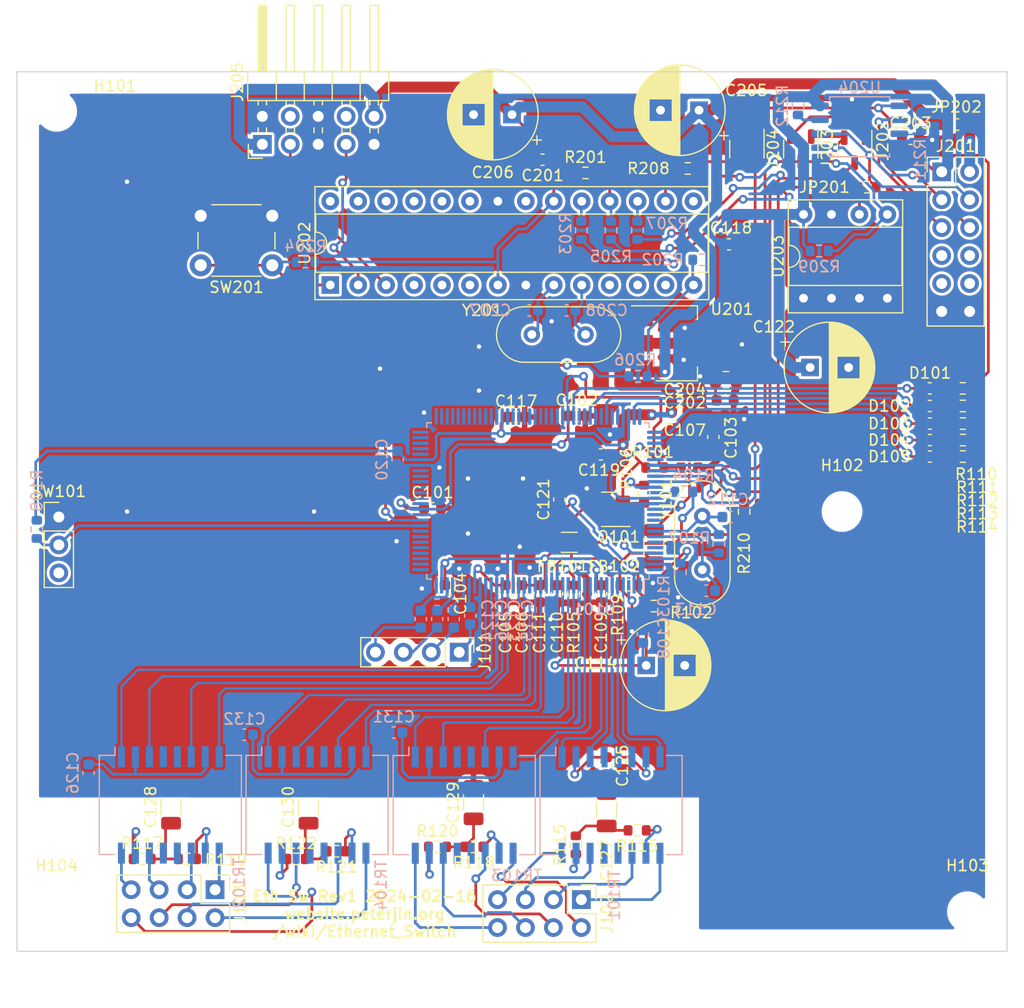
<source format=kicad_pcb>
(kicad_pcb (version 20211014) (generator pcbnew)
  (layers (0 "F.Cu" signal) (31 "B.Cu" signal) (34 "B.Paste" user) (35 "F.Paste" user) (36 "B.SilkS" user "B.Silkscreen") (37 "F.SilkS" user "F.Silkscreen") (38 "B.Mask" user) (39 "F.Mask" user) (44 "Edge.Cuts" user))
  (net 0 "")
  (net 1 "Net-(C101-Pad1)")
  (net 2 "GND")
  (net 3 "Net-(C104-Pad1)")
  (net 4 "Net-(C105-Pad1)")
  (net 5 "Net-(C107-Pad1)")
  (net 6 "Net-(C112-Pad1)")
  (net 7 "Net-(C113-Pad1)")
  (net 8 "Net-(C115-Pad1)")
  (net 9 "Net-(C115-Pad2)")
  (net 10 "Net-(C116-Pad1)")
  (net 11 "Net-(C116-Pad2)")
  (net 12 "+3.3V")
  (net 13 "Net-(C123-Pad1)")
  (net 14 "Net-(C123-Pad2)")
  (net 15 "Net-(C124-Pad1)")
  (net 16 "Net-(C124-Pad2)")
  (net 17 "Net-(C125-Pad1)")
  (net 18 "Net-(C126-Pad1)")
  (net 19 "Net-(C127-Pad1)")
  (net 20 "Net-(C128-Pad1)")
  (net 21 "Net-(C129-Pad1)")
  (net 22 "Net-(C130-Pad1)")
  (net 23 "Net-(C131-Pad1)")
  (net 24 "Net-(C132-Pad1)")
  (net 25 "+5V")
  (net 26 "Net-(C207-Pad1)")
  (net 27 "Net-(C208-Pad1)")
  (net 28 "Net-(D101-Pad1)")
  (net 29 "Net-(D101-Pad2)")
  (net 30 "Net-(D102-Pad1)")
  (net 31 "Net-(D102-Pad2)")
  (net 32 "Net-(D103-Pad1)")
  (net 33 "Net-(D103-Pad2)")
  (net 34 "Net-(D104-Pad1)")
  (net 35 "Net-(D104-Pad2)")
  (net 36 "Net-(D105-Pad1)")
  (net 37 "Net-(D105-Pad2)")
  (net 38 "Net-(J102-Pad1)")
  (net 39 "Net-(J102-Pad2)")
  (net 40 "Net-(J102-Pad3)")
  (net 41 "Net-(J102-Pad4)")
  (net 42 "Net-(J102-Pad5)")
  (net 43 "Net-(J102-Pad6)")
  (net 44 "Net-(J102-Pad7)")
  (net 45 "Net-(J102-Pad8)")
  (net 46 "Net-(J103-Pad1)")
  (net 47 "Net-(J103-Pad2)")
  (net 48 "Net-(J103-Pad3)")
  (net 49 "Net-(J103-Pad4)")
  (net 50 "Net-(J103-Pad5)")
  (net 51 "Net-(J103-Pad6)")
  (net 52 "Net-(J103-Pad7)")
  (net 53 "Net-(J103-Pad8)")
  (net 54 "Net-(J201-Pad2)")
  (net 55 "/arduino/ALT_SCLK")
  (net 56 "/arduino/ALT_MOSI")
  (net 57 "/arduino/ALT_MISO")
  (net 58 "/arduino/ALT_SS")
  (net 63 "KSZ_MISO")
  (net 64 "KSZ_MOSI")
  (net 65 "/arduino/ATM_RESET")
  (net 66 "KSZ_SS")
  (net 67 "KSZ_SCLK")
  (net 68 "Net-(Q101-Pad1)")
  (net 69 "Net-(R102-Pad2)")
  (net 70 "Net-(R104-Pad2)")
  (net 71 "Net-(R105-Pad1)")
  (net 72 "Net-(R106-Pad2)")
  (net 73 "Net-(R108-Pad2)")
  (net 74 "Net-(R115-Pad1)")
  (net 75 "Net-(R116-Pad1)")
  (net 76 "Net-(R117-Pad1)")
  (net 77 "Net-(R118-Pad1)")
  (net 78 "Net-(R119-Pad1)")
  (net 79 "Net-(R120-Pad1)")
  (net 80 "Net-(R121-Pad1)")
  (net 81 "Net-(R122-Pad1)")
  (net 82 "Net-(R201-Pad2)")
  (net 83 "Net-(R202-Pad1)")
  (net 84 "Net-(R203-Pad1)")
  (net 85 "Net-(R204-Pad2)")
  (net 86 "KSZ_INT")
  (net 87 "Net-(R207-Pad1)")
  (net 88 "Net-(R208-Pad1)")
  (net 89 "Net-(R211-Pad2)")
  (net 90 "Net-(R212-Pad2)")
  (net 92 "/TX1-")
  (net 93 "/TX1+")
  (net 94 "/RX1-")
  (net 95 "/RX1+")
  (net 96 "/TX4-")
  (net 97 "/TX4+")
  (net 98 "/RX4-")
  (net 99 "/RX4+")
  (net 100 "/TX2-")
  (net 101 "/TX2+")
  (net 102 "/RX2-")
  (net 103 "/RX2+")
  (net 104 "/TX3-")
  (net 105 "/TX3+")
  (net 106 "/RX3-")
  (net 107 "/RX3+")
  (net 141 "/arduino/UCA_3")
  (net 155 "/arduino/ATM_SDA")
  (net 156 "/arduino/ATM_SCL")
  (net 157 "/arduino/UCA_7")
  (footprint "Capacitor_SMD:C_0603_1608Metric" (layer "F.Cu") (at 94.4 97.475 -90)
    (fp_text reference "C105")
    (fp_text value "C")
  )
  (footprint "Capacitor_SMD:C_0603_1608Metric" (layer "F.Cu") (at 100.875 81.3)
    (fp_text reference "C102")
    (fp_text value "C")
  )
  (footprint "Connector_PinHeader_2.54mm:PinHeader_2x05_P2.54mm_Horizontal" (layer "F.Cu") (at 72.3 56.6 90)
    (fp_text reference "J205")
    (fp_text value "To UCA CH")
  )
  (footprint "Resistor_SMD:R_0603_1608Metric" (layer "F.Cu") (at 91.525 120.5 180)
    (fp_text reference "R118")
    (fp_text value "R")
  )
  (footprint "Resistor_SMD:R_0603_1608Metric" (layer "F.Cu") (at 116.1 90.025 90)
    (fp_text reference "R210")
    (fp_text value "R")
  )
  (footprint "Connector_PinHeader_2.54mm:PinHeader_2x04_P2.54mm_Vertical" (layer "F.Cu") (at 101.3 125.3 -90)
    (fp_text reference "J102")
    (fp_text value "Conn_02x04_Odd_Even")
  )
  (footprint "Capacitor_SMD:C_0603_1608Metric" (layer "F.Cu") (at 132.975 78.8)
    (fp_text reference "D101")
    (fp_text value "LED")
  )
  (footprint "Capacitor_THT:CP_Radial_D8.0mm_P3.50mm" (layer "F.Cu") (at 95 53.9 180)
    (fp_text reference "C206")
    (fp_text value "C_Polarized")
  )
  (footprint "Package_DIP:DIP-28_W7.62mm_Socket" (layer "F.Cu") (at 78.475 69.4 90)
    (fp_text reference "U202")
    (fp_text value "ATmega328P-P")
  )
  (footprint "Capacitor_THT:CP_Radial_D8.0mm_P3.50mm" (layer "F.Cu") (at 107.2 104)
    (fp_text reference "C114")
    (fp_text value "C_Polarized")
  )
  (footprint "MountingHole:MountingHole_3.2mm_M3" (layer "F.Cu") (at 136.4 126.4)
    (fp_text reference "H103")
    (fp_text value "MountingHole")
  )
  (footprint "Resistor_SMD:R_0603_1608Metric" (layer "F.Cu") (at 107.975 86)
    (fp_text reference "R101")
    (fp_text value "R")
  )
  (footprint "Crystal:Crystal_HC49-U_Vertical" (layer "F.Cu") (at 96.8 73.9)
    (fp_text reference "Y201")
    (fp_text value "Crystal")
  )
  (footprint "Capacitor_SMD:C_0603_1608Metric" (layer "F.Cu") (at 95.375 81.4)
    (fp_text reference "C117")
    (fp_text value "C")
  )
  (footprint "Capacitor_SMD:C_1206_3216Metric" (layer "F.Cu") (at 64 116.875 90)
    (fp_text reference "C128")
    (fp_text value "1nF 2kV")
  )
  (footprint "Resistor_SMD:R_0603_1608Metric" (layer "F.Cu") (at 65.5 121.6 180)
    (fp_text reference "R119")
    (fp_text value "R")
  )
  (footprint "Capacitor_SMD:C_0603_1608Metric" (layer "F.Cu") (at 132.975 80.4)
    (fp_text reference "D102")
    (fp_text value "LED")
  )
  (footprint "Capacitor_THT:CP_Radial_D8.0mm_P3.50mm" (layer "F.Cu") (at 122.1 76.9)
    (fp_text reference "C122")
    (fp_text value "C_Polarized")
  )
  (footprint "Capacitor_SMD:C_1206_3216Metric" (layer "F.Cu") (at 103.6 117.125 90)
    (fp_text reference "C127")
    (fp_text value "1nF 2kV")
  )
  (footprint "Capacitor_SMD:C_0603_1608Metric" (layer "F.Cu") (at 132.975 83.5)
    (fp_text reference "D104")
    (fp_text value "LED")
  )
  (footprint "Resistor_SMD:R_0603_1608Metric" (layer "F.Cu") (at 106.375 119 180)
    (fp_text reference "R116")
    (fp_text value "R")
  )
  (footprint "Package_TO_SOT_SMD:SOT-23-3" (layer "F.Cu") (at 116.35 57.0375 -90)
    (fp_text reference "J204")
    (fp_text value "Conn_01x03")
  )
  (footprint "Capacitor_SMD:C_0603_1608Metric" (layer "F.Cu") (at 114.725 65.7)
    (fp_text reference "C118")
    (fp_text value "C")
  )
  (footprint "Package_TO_SOT_SMD:SOT-23-3" (layer "F.Cu") (at 126.15 57.1375 -90)
    (fp_text reference "J202")
    (fp_text value "Conn_01x03")
  )
  (footprint "Resistor_SMD:R_0603_1608Metric" (layer "F.Cu") (at 100.6 97.525 -90)
    (fp_text reference "R105")
    (fp_text value "R")
  )
  (footprint "Package_TO_SOT_SMD:SOT-223-3_TabPin2" (layer "F.Cu") (at 109.95 74.7)
    (fp_text reference "U201")
    (fp_text value "AMS1117-3.3")
  )
  (footprint "Connector_PinHeader_2.54mm:PinHeader_1x04_P2.54mm_Vertical" (layer "F.Cu") (at 90.2 102.8 -90)
    (fp_text reference "J101")
    (fp_text value "Conn_01x04")
  )
  (footprint "Capacitor_SMD:C_0603_1608Metric" (layer "F.Cu") (at 97.5 97.475 -90)
    (fp_text reference "C111")
    (fp_text value "C")
  )
  (footprint "Button_Switch_THT:SW_PUSH_6mm" (layer "F.Cu") (at 73.2 67.6 180)
    (fp_text reference "SW201")
    (fp_text value "SW_Push")
  )
  (footprint "Resistor_SMD:R_0603_1608Metric" (layer "F.Cu") (at 75.375 121.6)
    (fp_text reference "R122")
    (fp_text value "R")
  )
  (footprint "Capacitor_SMD:C_0603_1608Metric" (layer "F.Cu") (at 95.9 97.475 -90)
    (fp_text reference "C106")
    (fp_text value "C")
  )
  (footprint "Capacitor_SMD:C_0603_1608Metric" (layer "F.Cu") (at 97.775 58 180)
    (fp_text reference "C201")
    (fp_text value "C")
  )
  (footprint "Resistor_SMD:R_0603_1608Metric" (layer "F.Cu") (at 79.025 120.9 180)
    (fp_text reference "R121")
    (fp_text value "R")
  )
  (footprint "Capacitor_SMD:C_1206_3216Metric" (layer "F.Cu") (at 91.5 116.475 90)
    (fp_text reference "C129")
    (fp_text value "1nF 2kV")
  )
  (footprint "Resistor_SMD:R_0603_1608Metric" (layer "F.Cu") (at 107.875 98.6)
    (fp_text reference "R102")
    (fp_text value "R")
  )
  (footprint "Resistor_SMD:R_0603_1608Metric" (layer "F.Cu") (at 88.225 120.5)
    (fp_text reference "R120")
    (fp_text value "R")
  )
  (footprint "Capacitor_SMD:C_0603_1608Metric" (layer "F.Cu") (at 113.3 83.225 90)
    (fp_text reference "C103")
    (fp_text value "C")
  )
  (footprint "Capacitor_SMD:C_0603_1608Metric" (layer "F.Cu") (at 103.1 97.475 -90)
    (fp_text reference "C109")
    (fp_text value "C")
  )
  (footprint "Capacitor_THT:CP_Radial_D8.0mm_P3.50mm" (layer "F.Cu") (at 112 53.5 180)
    (fp_text reference "C205")
    (fp_text value "C_Polarized")
  )
  (footprint "Resistor_SMD:R_0603_1608Metric" (layer "F.Cu") (at 107 88.425 90)
    (fp_text reference "R106")
    (fp_text value "R")
  )
  (footprint "Resistor_SMD:R_0603_1608Metric" (layer "F.Cu") (at 135.975 78.8)
    (fp_text reference "R110")
    (fp_text value "R")
  )
  (footprint "Package_TO_SOT_SMD:SOT-23-3" (layer "F.Cu") (at 103.9375 89.8 180)
    (fp_text reference "Q101")
    (fp_text value "Q_PMOS_GSD")
  )
  (footprint "Capacitor_SMD:C_0805_2012Metric" (layer "F.Cu") (at 114.45 78)
    (fp_text reference "C204")
    (fp_text value "10uF")
  )
  (footprint "Capacitor_SMD:C_0603_1608Metric" (layer "F.Cu") (at 99.1 97.475 -90)
    (fp_text reference "C110")
    (fp_text value "C")
  )
  (footprint "Capacitor_SMD:C_0603_1608Metric" (layer "F.Cu") (at 103.075 84.8 180)
    (fp_text reference "C119")
    (fp_text value "C")
  )
  (footprint "Resistor_SMD:R_0603_1608Metric" (layer "F.Cu") (at 101.675 59.2)
    (fp_text reference "R201")
    (fp_text value "R")
  )
  (footprint "Resistor_SMD:R_0603_1608Metric" (layer "F.Cu") (at 135.975 85)
    (fp_text reference "R114")
    (fp_text value "R")
  )
  (footprint "Resistor_SMD:R_0603_1608Metric" (layer "F.Cu") (at 135.975 83.5)
    (fp_text reference "R113")
    (fp_text value "R")
  )
  (footprint "Resistor_SMD:R_0603_1608Metric" (layer "F.Cu") (at 100.8 120.325 90)
    (fp_text reference "R115")
    (fp_text value "R")
  )
  (footprint "Resistor_SMD:R_0603_1608Metric" (layer "F.Cu") (at 127.275 60.5)
    (fp_text reference "JP201")
    (fp_text value "Jumper_2_Open")
  )
  (footprint "Capacitor_SMD:C_1206_3216Metric" (layer "F.Cu") (at 107.9 93.175 90)
    (fp_text reference "FB102")
    (fp_text value "FerriteBead")
  )
  (footprint "MountingHole:MountingHole_3.2mm_M3" (layer "F.Cu") (at 125 90)
    (fp_text reference "H102")
    (fp_text value "MountingHole")
  )
  (footprint "Resistor_SMD:R_0603_1608Metric" (layer "F.Cu") (at 135.975 82)
    (fp_text reference "R112")
    (fp_text value "R")
  )
  (footprint "Connector_PinHeader_2.54mm:PinHeader_2x04_P2.54mm_Vertical" (layer "F.Cu") (at 68 124.4 -90)
    (fp_text reference "J103")
    (fp_text value "Conn_02x04_Odd_Even")
  )
  (footprint "Capacitor_SMD:C_0603_1608Metric" (layer "F.Cu") (at 103.6 113.125 -90)
    (fp_text reference "C125")
    (fp_text value "C")
  )
  (footprint "Resistor_SMD:R_0603_1608Metric" (layer "F.Cu") (at 135.975 80.4)
    (fp_text reference "R111")
    (fp_text value "R")
  )
  (footprint "Capacitor_SMD:C_0603_1608Metric" (layer "F.Cu") (at 88.9 97.475 -90)
    (fp_text reference "C104")
    (fp_text value "C")
  )
  (footprint "MountingHole:MountingHole_3.2mm_M3" (layer "F.Cu") (at 53.6 126.4)
    (fp_text reference "H104")
    (fp_text value "MountingHole")
  )
  (footprint "MountingHole:MountingHole_3.2mm_M3" (layer "F.Cu") (at 53.6 53.6)
    (fp_text reference "H101")
    (fp_text value "MountingHole")
  )
  (footprint "Capacitor_SMD:C_0603_1608Metric" (layer "F.Cu") (at 131.225 56.1)
    (fp_text reference "C203")
    (fp_text value "C")
  )
  (footprint "Capacitor_SMD:C_0603_1608Metric" (layer "F.Cu") (at 111.13 86.01)
    (fp_text reference "C107")
    (fp_text value "C")
  )
  (footprint "Resistor_SMD:R_0603_1608Metric" (layer "F.Cu") (at 110.975 58.8)
    (fp_text reference "R208")
    (fp_text value "R")
  )
  (footprint "Crystal:Crystal_HC49-U_Vertical" (layer "F.Cu") (at 112.3 95.3 90)
    (fp_text reference "Y101")
    (fp_text value "Crystal")
  )
  (footprint "Connector_PinHeader_2.54mm:PinHeader_2x06_P2.54mm_Vertical" (layer "F.Cu") (at 134.06 59.1)
    (fp_text reference "J201")
    (fp_text value "To IoTether")
  )
  (footprint "Resistor_SMD:R_0603_1608Metric" (layer "F.Cu") (at 61.375 121.6)
    (fp_text reference "R117")
    (fp_text value "R")
  )
  (footprint "Capacitor_SMD:C_0603_1608Metric" (layer "F.Cu") (at 132.975 85)
    (fp_text reference "D105")
    (fp_text value "LED")
  )
  (footprint "Capacitor_SMD:C_0603_1608Metric" (layer "F.Cu") (at 114.375 79.9)
    (fp_text reference "C202")
    (fp_text value "C")
  )
  (footprint "Resistor_SMD:R_0603_1608Metric" (layer "F.Cu") (at 135.375 54.8 180)
    (fp_text reference "JP202")
    (fp_text value "Jumper_2_Open")
  )
  (footprint "Connector_PinHeader_2.54mm:PinHeader_1x03_P2.54mm_Vertical" (layer "F.Cu") (at 53.8 90.5)
    (fp_text reference "SW101")
    (fp_text value "SW_SPDT")
  )
  (footprint "Capacitor_SMD:C_0603_1608Metric" (layer "F.Cu") (at 132.975 82)
    (fp_text reference "D103")
    (fp_text value "LED")
  )
  (footprint "Capacitor_SMD:C_1206_3216Metric" (layer "F.Cu") (at 76.5 116.875 90)
    (fp_text reference "C130")
    (fp_text value "1nF 2kV")
  )
  (footprint "Capacitor_SMD:C_1206_3216Metric" (layer "F.Cu") (at 100.2 92.8 180)
    (fp_text reference "FB101")
    (fp_text value "FerriteBead")
  )
  (footprint "Capacitor_SMD:C_0603_1608Metric" (layer "F.Cu") (at 99.3 88.9 90)
    (fp_text reference "C121")
    (fp_text value "C")
  )
  (footprint "Package_TO_SOT_SMD:SOT-23-3" (layer "F.Cu") (at 121.25 57.0375 -90)
    (fp_text reference "J203")
    (fp_text value "Conn_01x03")
  )
  (footprint "Package_DIP:DIP-8_W7.62mm_Socket" (layer "F.Cu") (at 121.5 70.6 90)
    (fp_text reference "U203")
    (fp_text value "24LC16")
  )
  (footprint "Capacitor_SMD:C_0603_1608Metric" (layer "F.Cu") (at 87.775 89.7)
    (fp_text reference "C101")
    (fp_text value "C")
  )
  (footprint "Resistor_SMD:R_0603_1608Metric" (layer "F.Cu") (at 105.625 96.7 180)
    (fp_text reference "R109")
    (fp_text value "R")
  )
  (footprint "Capacitor_SMD:C_0603_1608Metric" (layer "B.Cu") (at 86.7 99.775 -90)
    (fp_text reference "C124")
    (fp_text value "C")
  )
  (footprint "Capacitor_SMD:C_0603_1608Metric" (layer "B.Cu") (at 70.675 110.3 180)
    (fp_text reference "C132")
    (fp_text value "C")
  )
  (footprint "Transformer_SMD:Transformer_Ethernet_Wuerth_749013011A" (layer "B.Cu") (at 63.935 116.685 -90)
    (fp_text reference "TR102")
    (fp_text value "Wuerth_749013011A")
  )
  (footprint "Resistor_SMD:R_0603_1608Metric" (layer "B.Cu") (at 104 64.425 -90)
    (fp_text reference "R205")
    (fp_text value "R")
  )
  (footprint "Resistor_SMD:R_0603_1608Metric" (layer "B.Cu") (at 110.3 95.525 -90)
    (fp_text reference "R103")
    (fp_text value "R")
  )
  (footprint "Capacitor_SMD:C_0603_1608Metric" (layer "B.Cu") (at 99.975 71.7 180)
    (fp_text reference "C208")
    (fp_text value "C")
  )
  (footprint "Resistor_SMD:R_0603_1608Metric" (layer "B.Cu") (at 106.4 64.425 -90)
    (fp_text reference "R207")
    (fp_text value "R")
  )
  (footprint "Resistor_SMD:R_0603_1608Metric" (layer "B.Cu") (at 101.3 64.425 -90)
    (fp_text reference "R203")
    (fp_text value "R")
  )
  (footprint "Capacitor_SMD:C_0603_1608Metric" (layer "B.Cu") (at 91.2 99.475 -90)
    (fp_text reference "C115")
    (fp_text value "C")
  )
  (footprint "Resistor_SMD:R_0603_1608Metric" (layer "B.Cu") (at 113.8 92.925 -90)
    (fp_text reference "R107")
    (fp_text value "R")
  )
  (footprint "Transformer_SMD:Transformer_Ethernet_Wuerth_749013011A" (layer "B.Cu") (at 104 116.7 -90)
    (fp_text reference "TR101")
    (fp_text value "Wuerth_749013011A")
  )
  (footprint "Capacitor_SMD:C_0603_1608Metric" (layer "B.Cu") (at 114.9 90.5)
    (fp_text reference "C112")
    (fp_text value "C")
  )
  (footprint "Resistor_SMD:R_0603_1608Metric" (layer "B.Cu") (at 51.8 91.625 -90)
    (fp_text reference "R108")
    (fp_text value "R")
  )
  (footprint "Capacitor_SMD:C_0603_1608Metric" (layer "B.Cu") (at 84.25 110.1 180)
    (fp_text reference "C131")
    (fp_text value "C")
  )
  (footprint "Resistor_SMD:R_0603_1608Metric" (layer "B.Cu") (at 110.625 88.2 180)
    (fp_text reference "R104")
    (fp_text value "R")
  )
  (footprint "Capacitor_SMD:C_0603_1608Metric" (layer "B.Cu") (at 112.675 97.2 180)
    (fp_text reference "C113")
    (fp_text value "C")
  )
  (footprint "Capacitor_SMD:C_0603_1608Metric" (layer "B.Cu") (at 106.9 101.175 90)
    (fp_text reference "C108")
    (fp_text value "C")
  )
  (footprint "Capacitor_SMD:C_0603_1608Metric" (layer "B.Cu") (at 56.5 113.775 -90)
    (fp_text reference "C126")
    (fp_text value "C")
  )
  (footprint "Resistor_SMD:R_0603_1608Metric" (layer "B.Cu") (at 112.25 67.1)
    (fp_text reference "R202")
    (fp_text value "R")
  )
  (footprint "Resistor_SMD:R_0603_1608Metric" (layer "B.Cu") (at 121 53.1 -90)
    (fp_text reference "R212")
    (fp_text value "R")
  )
  (footprint "Transformer_SMD:Transformer_Ethernet_Wuerth_749013011A" (layer "B.Cu") (at 77.275 116.685 -90)
    (fp_text reference "TR104")
    (fp_text value "Wuerth_749013011A")
  )
  (footprint "Capacitor_SMD:C_0603_1608Metric" (layer "B.Cu") (at 84.6 85.275 -90)
    (fp_text reference "C120")
    (fp_text value "C")
  )
  (footprint "Package_SO:SOIC-8_5.23x5.23mm_P1.27mm" (layer "B.Cu") (at 126.6 55.005 180)
    (fp_text reference "U204")
    (fp_text value "W25Q128JVS")
  )
  (footprint "Resistor_SMD:R_0603_1608Metric" (layer "B.Cu") (at 122.925 66.3)
    (fp_text reference "R209")
    (fp_text value "R")
  )
  (footprint "Package_QFP:LQFP-128_14x20mm_P0.5mm" (layer "B.Cu") (at 97.355 89.04 90)
    (fp_text reference "U101")
    (fp_text value "KSZ8895")
  )
  (footprint "Resistor_SMD:R_0603_1608Metric" (layer "B.Cu") (at 76.225 67.3 180)
    (fp_text reference "R204")
    (fp_text value "R")
  )
  (footprint "Capacitor_SMD:C_0603_1608Metric" (layer "B.Cu") (at 88.2 99.775 -90)
    (fp_text reference "C116")
    (fp_text value "C")
  )
  (footprint "Resistor_SMD:R_0603_1608Metric" (layer "B.Cu") (at 106.45 77.7 180)
    (fp_text reference "R206")
    (fp_text value "R")
  )
  (footprint "Resistor_SMD:R_0603_1608Metric" (layer "B.Cu") (at 132.2 54.525 -90)
    (fp_text reference "R211")
    (fp_text value "R")
  )
  (footprint "Transformer_SMD:Transformer_Ethernet_Wuerth_749013011A" (layer "B.Cu") (at 90.65 116.7 -90)
    (fp_text reference "TR103")
    (fp_text value "Wuerth_749013011A")
  )
  (footprint "Capacitor_SMD:C_0603_1608Metric" (layer "B.Cu") (at 89.7 99.775 -90)
    (fp_text reference "C123")
    (fp_text value "C")
  )
  (footprint "Capacitor_SMD:C_0603_1608Metric" (layer "B.Cu") (at 96.575 71.7 180)
    (fp_text reference "C207")
    (fp_text value "C")
  )
  (gr_line (start 140 50) (end 50 50) (layer "Edge.Cuts") (width 0.1))
  (gr_line (start 50 50) (end 50 130) (layer "Edge.Cuts") (width 0.1))
  (gr_line (start 50 130) (end 140 130) (layer "Edge.Cuts") (width 0.1))
  (gr_line (start 140 130) (end 140 50) (layer "Edge.Cuts") (width 0.1))
  (gr_text "Eth Sw Rev1 2024-02-16\nwebsite.peterjin.org\n/wiki/Ethernet_Switch" (at 81.6 126.6) (layer "F.SilkS") (effects (font (size 1 1) (thickness 0.2))))
  (segment (start 107.9 82.4) (end 107.9 84.3) (width 0.25) (layer "F.Cu") (net 1))
  (segment (start 101.7 79.6) (end 101.7 77.9) (width 0.25) (layer "F.Cu") (net 1))
  (segment (start 113.3 84) (end 113.3 84.4) (width 0.25) (layer "F.Cu") (net 1))
  (segment (start 108.525 81.775) (end 107.9 82.4) (width 0.25) (layer "F.Cu") (net 1))
  (segment (start 100.1 81.3) (end 100.1 83.3) (width 0.25) (layer "F.Cu") (net 1))
  (segment (start 101.7 77.9) (end 101.5 77.7) (width 0.25) (layer "F.Cu") (net 1))
  (segment (start 108.6 85) (end 111.1 85) (width 0.25) (layer "F.Cu") (net 1))
  (segment (start 110.4 89.4) (end 111.13 88.67) (width 0.25) (layer "F.Cu") (net 1))
  (segment (start 111.13 85.03) (end 111.1 85) (width 0.25) (layer "F.Cu") (net 1))
  (segment (start 100.1 83.3) (end 99.5 83.9) (width 0.25) (layer "F.Cu") (net 1))
  (segment (start 111.1 85) (end 112.7 85) (width 0.25) (layer "F.Cu") (net 1))
  (segment (start 101.7 79.6) (end 108.3 79.6) (width 0.25) (layer "F.Cu") (net 1))
  (segment (start 100.1 81.3) (end 100.1 80.1) (width 0.25) (layer "F.Cu") (net 1))
  (segment (start 110.2 89.4) (end 110.4 89.4) (width 0.25) (layer "F.Cu") (net 1))
  (segment (start 87 89.7) (end 85.4 89.7) (width 0.25) (layer "F.Cu") (net 1))
  (segment (start 108.3 79.6) (end 108.525 79.825) (width 0.25) (layer "F.Cu") (net 1))
  (segment (start 100.1 80.1) (end 100.6 79.6) (width 0.25) (layer "F.Cu") (net 1))
  (segment (start 113.3 84.4) (end 112.7 85) (width 0.25) (layer "F.Cu") (net 1))
  (segment (start 100.6 79.6) (end 101.7 79.6) (width 0.25) (layer "F.Cu") (net 1))
  (segment (start 85.4 89.7) (end 84.9 89.2) (width 0.25) (layer "F.Cu") (net 1))
  (segment (start 107.9 91.7) (end 110.2 89.4) (width 0.25) (layer "F.Cu") (net 1))
  (segment (start 111.13 88.67) (end 111.13 85.03) (width 0.25) (layer "F.Cu") (net 1))
  (segment (start 107.9 84.3) (end 108.6 85) (width 0.25) (layer "F.Cu") (net 1))
  (segment (start 108.525 79.825) (end 108.525 81.775) (width 0.25) (layer "F.Cu") (net 1))
  (via (at 101.5 77.7) (size 0.8) (drill 0.4) (layers "F.Cu" "B.Cu") (net 1))
  (via (at 84.9 89.2) (size 0.8) (drill 0.4) (layers "F.Cu" "B.Cu") (net 1))
  (via (at 110.4 89.4) (size 0.8) (drill 0.4) (layers "F.Cu" "B.Cu") (net 1))
  (via (at 99.5 83.9) (size 0.8) (drill 0.4) (layers "F.Cu" "B.Cu") (net 1))
  (segment (start 108.03 89.79) (end 109.99 89.79) (width 0.25) (layer "B.Cu") (net 1))
  (segment (start 100.105 80.005) (end 100.105 81.365) (width 0.25) (layer "B.Cu") (net 1))
  (segment (start 85.79 89.79) (end 85.4 89.4) (width 0.25) (layer "B.Cu") (net 1))
  (segment (start 100 78.1) (end 100 79.9) (width 0.25) (layer "B.Cu") (net 1))
  (segment (start 110.4 89.4) (end 110.4 89.6) (width 0.25) (layer "B.Cu") (net 1))
  (segment (start 89.4 89.2) (end 88.81 89.79) (width 0.25) (layer "B.Cu") (net 1))
  (segment (start 85.4 89.4) (end 85.1 89.4) (width 0.25) (layer "B.Cu") (net 1))
  (segment (start 90.1 83.9) (end 89.4 84.6) (width 0.25) (layer "B.Cu") (net 1))
  (segment (start 100.4 77.7) (end 100 78.1) (width 0.25) (layer "B.Cu") (net 1))
  (segment (start 110.4 89.6) (end 110.1 89.9) (width 0.25) (layer "B.Cu") (net 1))
  (segment (start 100 79.9) (end 100.105 80.005) (width 0.25) (layer "B.Cu") (net 1))
  (segment (start 89.4 84.6) (end 89.4 89.2) (width 0.25) (layer "B.Cu") (net 1))
  (segment (start 85.1 89.4) (end 84.9 89.2) (width 0.25) (layer "B.Cu") (net 1))
  (segment (start 101.5 77.7) (end 100.4 77.7) (width 0.25) (layer "B.Cu") (net 1))
  (segment (start 88.81 89.79) (end 86.68 89.79) (width 0.25) (layer "B.Cu") (net 1))
  (segment (start 86.68 89.79) (end 85.79 89.79) (width 0.25) (layer "B.Cu") (net 1))
  (segment (start 109.99 89.79) (end 110.1 89.9) (width 0.25) (layer "B.Cu") (net 1))
  (segment (start 99.5 83.9) (end 90.1 83.9) (width 0.25) (layer "B.Cu") (net 1))
  (via (at 115.9 74.8) (size 0.8) (drill 0.4) (layers "F.Cu" "B.Cu") (net 2))
  (via (at 110.1 97.8) (size 0.8) (drill 0.4) (layers "F.Cu" "B.Cu") (net 2))
  (via (at 93.7 95.2) (size 0.8) (drill 0.4) (layers "F.Cu" "B.Cu") (net 2))
  (via (at 91 87) (size 0.8) (drill 0.4) (layers "F.Cu" "B.Cu") (net 2))
  (via (at 87 81) (size 0.8) (drill 0.4) (layers "F.Cu" "B.Cu") (net 2))
  (via (at 86.8 97) (size 0.8) (drill 0.4) (layers "F.Cu" "B.Cu") (net 2))
  (via (at 92 79) (size 0.8) (drill 0.4) (layers "F.Cu" "B.Cu") (net 2))
  (via (at 91 92) (size 0.8) (drill 0.4) (layers "F.Cu" "B.Cu") (net 2))
  (via (at 77 90) (size 0.8) (drill 0.4) (layers "F.Cu" "B.Cu") (net 2))
  (via (at 88.4 86) (size 0.8) (drill 0.4) (layers "F.Cu" "B.Cu") (net 2))
  (via (at 101.8 87.9) (size 0.8) (drill 0.4) (layers "F.Cu" "B.Cu") (net 2))
  (via (at 116.1 81.6) (size 0.8) (drill 0.4) (layers "F.Cu" "B.Cu") (net 2))
  (via (at 110.6 76.2) (size 0.8) (drill 0.4) (layers "F.Cu" "B.Cu") (net 2))
  (via (at 90.2 95.2) (size 0.8) (drill 0.4) (layers "F.Cu" "B.Cu") (net 2))
  (via (at 107.8 96.5) (size 0.8) (drill 0.4) (layers "F.Cu" "B.Cu") (net 2))
  (via (at 91.9 102.5) (size 0.8) (drill 0.4) (layers "F.Cu" "B.Cu") (net 2))
  (via (at 105.9 100.9) (size 0.8) (drill 0.4) (layers "F.Cu" "B.Cu") (net 2))
  (via (at 110.7 73.3) (size 0.8) (drill 0.4) (layers "F.Cu" "B.Cu") (net 2))
  (via (at 133.2 56.2) (size 0.8) (drill 0.4) (layers "F.Cu" "B.Cu") (net 2))
  (via (at 103.9 83) (size 0.8) (drill 0.4) (layers "F.Cu" "B.Cu") (net 2))
  (via (at 125.9 52.5) (size 0.8) (drill 0.4) (layers "F.Cu" "B.Cu") (net 2))
  (via (at 101.1 95.1) (size 0.8) (drill 0.4) (layers "F.Cu" "B.Cu") (net 2))
  (via (at 92 75) (size 0.8) (drill 0.4) (layers "F.Cu" "B.Cu") (net 2))
  (via (at 103.9 95.1) (size 0.8) (drill 0.4) (layers "F.Cu" "B.Cu") (net 2))
  (via (at 112.1 77.7) (size 0.8) (drill 0.4) (layers "F.Cu" "B.Cu") (net 2))
  (via (at 83 77) (size 0.8) (drill 0.4) (layers "F.Cu" "B.Cu") (net 2))
  (via (at 84.5 92.7) (size 0.8) (drill 0.4) (layers "F.Cu" "B.Cu") (net 2))
  (via (at 60 90) (size 0.8) (drill 0.4) (layers "F.Cu" "B.Cu") (net 2))
  (via (at 98.6 72.7) (size 0.8) (drill 0.4) (layers "F.Cu" "B.Cu") (net 2))
  (via (at 60 60) (size 0.8) (drill 0.4) (layers "F.Cu" "B.Cu") (net 2))
  (via (at 96 87) (size 0.8) (drill 0.4) (layers "F.Cu" "B.Cu") (net 2))
  (via (at 98.5 99.8) (size 0.8) (drill 0.4) (layers "F.Cu" "B.Cu") (net 2))
  (via (at 96.6 95.1) (size 0.8) (drill 0.4) (layers "F.Cu" "B.Cu") (net 2))
  (via (at 95.7 93.2) (size 0.8) (drill 0.4) (layers "F.Cu" "B.Cu") (net 2))
  (segment (start 102.59 89.29) (end 102.1 88.8) (width 0.25) (layer "B.Cu") (net 2))
  (segment (start 108.03 89.29) (end 102.59 89.29) (width 0.25) (layer "B.Cu") (net 2))
  (segment (start 92.105 102.295) (end 91.9 102.5) (width 0.25) (layer "B.Cu") (net 2))
  (segment (start 106.105 96.715) (end 106.105 95.695) (width 0.25) (layer "B.Cu") (net 2))
  (segment (start 92.105 96.715) (end 92.105 102.295) (width 0.25) (layer "B.Cu") (net 2))
  (segment (start 98 96.2) (end 97.5 96.7) (width 0.25) (layer "F.Cu") (net 3))
  (segment (start 98 94.3) (end 98 96.2) (width 0.25) (layer "F.Cu") (net 3))
  (segment (start 98.725 92.8) (end 98.725 93.575) (width 0.25) (layer "F.Cu") (net 3))
  (segment (start 103.1 96.7) (end 102.7 96.3) (width 0.25) (layer "F.Cu") (net 3))
  (segment (start 98.725 93.575) (end 98 94.3) (width 0.25) (layer "F.Cu") (net 3))
  (segment (start 95.9 96.7) (end 97.5 96.7) (width 0.25) (layer "F.Cu") (net 3))
  (segment (start 102.7 96.3) (end 102.7 95.3) (width 0.25) (layer "F.Cu") (net 3))
  (segment (start 88.9 96.7) (end 88.9 94.7) (width 0.25) (layer "F.Cu") (net 3))
  (via (at 88.9 94.7) (size 0.8) (drill 0.4) (layers "F.Cu" "B.Cu") (net 3))
  (via (at 102.7 95.3) (size 0.8) (drill 0.4) (layers "F.Cu" "B.Cu") (net 3))
  (via (at 98 94.3) (size 0.8) (drill 0.4) (layers "F.Cu" "B.Cu") (net 3))
  (segment (start 95.105 94.395) (end 95.2 94.3) (width 0.25) (layer "B.Cu") (net 3))
  (segment (start 98.105 94.395) (end 98.2 94.3) (width 0.25) (layer "B.Cu") (net 3))
  (segment (start 95.2 94.3) (end 89.3 94.3) (width 0.25) (layer "B.Cu") (net 3))
  (segment (start 89.3 94.3) (end 88.9 94.7) (width 0.25) (layer "B.Cu") (net 3))
  (segment (start 98 94.3) (end 95.2 94.3) (width 0.25) (layer "B.Cu") (net 3))
  (segment (start 98.105 96.715) (end 98.105 94.395) (width 0.25) (layer "B.Cu") (net 3))
  (segment (start 102.605 96.715) (end 102.605 95.395) (width 0.25) (layer "B.Cu") (net 3))
  (segment (start 102.7 94.9) (end 102.1 94.3) (width 0.25) (layer "B.Cu") (net 3))
  (segment (start 98.2 94.3) (end 98 94.3) (width 0.25) (layer "B.Cu") (net 3))
  (segment (start 95.105 96.715) (end 95.105 94.395) (width 0.25) (layer "B.Cu") (net 3))
  (segment (start 88.605 94.995) (end 88.605 96.715) (width 0.25) (layer "B.Cu") (net 3))
  (segment (start 102.1 94.3) (end 98.2 94.3) (width 0.25) (layer "B.Cu") (net 3))
  (segment (start 88.9 94.7) (end 88.605 94.995) (width 0.25) (layer "B.Cu") (net 3))
  (segment (start 102.605 95.395) (end 102.7 95.3) (width 0.25) (layer "B.Cu") (net 3))
  (segment (start 102.7 95.3) (end 102.7 94.9) (width 0.25) (layer "B.Cu") (net 3))
  (segment (start 100.4 90.8) (end 100.4 91.2) (width 0.25) (layer "F.Cu") (net 4))
  (segment (start 107.05 93.8) (end 107.9 94.65) (width 0.25) (layer "F.Cu") (net 4))
  (segment (start 100.4 94.3) (end 99.6 94.3) (width 0.25) (layer "F.Cu") (net 4))
  (segment (start 104.8 96.7) (end 104.8 94.7) (width 0.25) (layer "F.Cu") (net 4))
  (segment (start 104.8 96.7) (end 104.8 97) (width 0.25) (layer "F.Cu") (net 4))
  (segment (start 105.7 93.8) (end 107.05 93.8) (width 0.25) (layer "F.Cu") (net 4))
  (segment (start 105.9 99.6) (end 105.9 98.1) (width 0.25) (layer "F.Cu") (net 4))
  (segment (start 104.8 94.7) (end 104.4 94.3) (width 0.25) (layer "F.Cu") (net 4))
  (segment (start 100.4 91.2) (end 100.4 94.3) (width 0.25) (layer "F.Cu") (net 4))
  (segment (start 104.4 94.3) (end 100.4 94.3) (width 0.25) (layer "F.Cu") (net 4))
  (segment (start 99.1 94.8) (end 99.1 96.7) (width 0.25) (layer "F.Cu") (net 4))
  (segment (start 93.4 96.7) (end 91.9 95.2) (width 0.25) (layer "F.Cu") (net 4))
  (segment (start 99.6 94.3) (end 99.1 94.8) (width 0.25) (layer "F.Cu") (net 4))
  (segment (start 104.8 97) (end 105.9 98.1) (width 0.25) (layer "F.Cu") (net 4))
  (segment (start 100.4 91.2) (end 95.5 91.2) (width 0.25) (layer "F.Cu") (net 4))
  (segment (start 101.4 89.8) (end 100.4 90.8) (width 0.25) (layer "F.Cu") (net 4))
  (segment (start 102.8 89.8) (end 101.4 89.8) (width 0.25) (layer "F.Cu") (net 4))
  (segment (start 107.2 104) (end 107.2 100.9) (width 0.25) (layer "F.Cu") (net 4))
  (segment (start 94.4 96.7) (end 93.4 96.7) (width 0.25) (layer "F.Cu") (net 4))
  (segment (start 107.2 104) (end 98.9 104) (width 0.25) (layer "F.Cu") (net 4))
  (segment (start 104.8 94.7) (end 105.7 93.8) (width 0.25) (layer "F.Cu") (net 4))
  (segment (start 95.5 91.2) (end 94.6 92.1) (width 0.25) (layer "F.Cu") (net 4))
  (segment (start 94.6 96.5) (end 94.4 96.7) (width 0.25) (layer "F.Cu") (net 4))
  (segment (start 94.6 92.1) (end 94.6 96.5) (width 0.25) (layer "F.Cu") (net 4))
  (segment (start 107.2 100.9) (end 105.9 99.6) (width 0.25) (layer "F.Cu") (net 4))
  (via (at 105.9 98.1) (size 0.8) (drill 0.4) (layers "F.Cu" "B.Cu") (net 4))
  (via (at 91.9 95.2) (size 0.8) (drill 0.4) (layers "F.Cu" "B.Cu") (net 4))
  (via (at 98.9 104) (size 0.8) (drill 0.4) (layers "F.Cu" "B.Cu") (net 4))
  (segment (start 91.605 95.495) (end 91.9 95.2) (width 0.25) (layer "B.Cu") (net 4))
  (segment (start 105.605 97.805) (end 105.605 96.715) (width 0.25) (layer "B.Cu") (net 4))
  (segment (start 105.9 98.1) (end 105.605 97.805) (width 0.25) (layer "B.Cu") (net 4))
  (segment (start 106.9 101.95) (end 106.9 103.7) (width 0.25) (layer "B.Cu") (net 4))
  (segment (start 99.605 96.715) (end 99.605 103.295) (width 0.25) (layer "B.Cu") (net 4))
  (segment (start 99.605 103.295) (end 98.9 104) (width 0.25) (layer "B.Cu") (net 4))
  (segment (start 91.605 96.715) (end 91.605 95.495) (width 0.25) (layer "B.Cu") (net 4))
  (segment (start 106.9 103.7) (end 107.2 104) (width 0.25) (layer "B.Cu") (net 4))
  (segment (start 106.6 84.1) (end 106.9 84.1) (width 0.25) (layer "F.Cu") (net 5))
  (segment (start 106.9 84.1) (end 108.8 86) (width 0.25) (layer "F.Cu") (net 5))
  (segment (start 110.345 86) (end 110.355 86.01) (width 0.25) (layer "F.Cu") (net 5))
  (segment (start 108.8 86) (end 110.345 86) (width 0.25) (layer "F.Cu") (net 5))
  (via (at 106.6 84.1) (size 0.8) (drill 0.4) (layers "F.Cu" "B.Cu") (net 5))
  (segment (start 104 88) (end 104 86.7) (width 0.25) (layer "B.Cu") (net 5))
  (segment (start 104.8 88.8) (end 104 88) (width 0.25) (layer "B.Cu") (net 5))
  (segment (start 108.02 88.8) (end 104.8 88.8) (width 0.25) (layer "B.Cu") (net 5))
  (segment (start 108.03 88.79) (end 108.02 88.8) (width 0.25) (layer "B.Cu") (net 5))
  (segment (start 104 86.7) (end 106.6 84.1) (width 0.25) (layer "B.Cu") (net 5))
  (segment (start 110.93 91.79) (end 108.03 91.79) (width 0.25) (layer "B.Cu") (net 6))
  (segment (start 112.3 90.42) (end 110.93 91.79) (width 0.25) (layer "B.Cu") (net 6))
  (segment (start 114.125 90.5) (end 112.38 90.5) (width 0.25) (layer "B.Cu") (net 6))
  (segment (start 112.38 90.5) (end 112.3 90.42) (width 0.25) (layer "B.Cu") (net 6))
  (segment (start 113.8 91.92) (end 112.3 90.42) (width 0.25) (layer "B.Cu") (net 6))
  (segment (start 113.8 92.1) (end 113.8 91.92) (width 0.25) (layer "B.Cu") (net 6))
  (segment (start 112.3 92.7) (end 112.3 93.7) (width 0.25) (layer "B.Cu") (net 7))
  (segment (start 108.03 92.29) (end 111.89 92.29) (width 0.25) (layer "B.Cu") (net 7))
  (segment (start 112.3 93.7) (end 112.3 95.3) (width 0.25) (layer "B.Cu") (net 7))
  (segment (start 111.89 92.29) (end 112.3 92.7) (width 0.25) (layer "B.Cu") (net 7))
  (segment (start 113.75 93.7) (end 113.8 93.75) (width 0.25) (layer "B.Cu") (net 7))
  (segment (start 113.45 96.45) (end 112.3 95.3) (width 0.25) (layer "B.Cu") (net 7))
  (segment (start 113.45 97.2) (end 113.45 96.45) (width 0.25) (layer "B.Cu") (net 7))
  (segment (start 112.3 93.7) (end 113.75 93.7) (width 0.25) (layer "B.Cu") (net 7))
  (segment (start 91.105 96.715) (end 91.105 98.605) (width 0.25) (layer "B.Cu") (net 8))
  (segment (start 91.105 98.605) (end 91.2 98.7) (width 0.25) (layer "B.Cu") (net 8))
  (segment (start 91.2 100.25) (end 91.2 101.8) (width 0.25) (layer "B.Cu") (net 9))
  (segment (start 91.2 101.8) (end 90.2 102.8) (width 0.25) (layer "B.Cu") (net 9))
  (segment (start 88.447183 98.7) (end 88.2 98.7) (width 0.25) (layer "B.Cu") (net 10))
  (segment (start 88.356396 99) (end 89.605 97.751396) (width 0.25) (layer "B.Cu") (net 10))
  (segment (start 89.605 97.751396) (end 89.605 96.715) (width 0.25) (layer "B.Cu") (net 10))
  (segment (start 88.2 99) (end 88.356396 99) (width 0.25) (layer "B.Cu") (net 10))
  (segment (start 85.12 102.8) (end 85.95 102.8) (width 0.25) (layer "B.Cu") (net 11))
  (segment (start 85.95 102.8) (end 88.2 100.55) (width 0.25) (layer "B.Cu") (net 11))
  (segment (start 138.3 58.3) (end 138.3 77.3) (width 0.25) (layer "F.Cu") (net 12))
  (segment (start 106.5 92.9) (end 109.8 92.9) (width 0.25) (layer "F.Cu") (net 12))
  (segment (start 107.7 81.2) (end 105.5 81.2) (width 1) (layer "F.Cu") (net 12))
  (segment (start 135.2 57.6) (end 137.6 57.6) (width 0.25) (layer "F.Cu") (net 12))
  (segment (start 107 89.25) (end 106.25 89.25) (width 0.25) (layer "F.Cu") (net 12))
  (segment (start 94 82.9) (end 94 82) (width 0.25) (layer "F.Cu") (net 12))
  (segment (start 106.8 74.7) (end 113.1 74.7) (width 1) (layer "F.Cu") (net 12))
  (segment (start 116.1 90.85) (end 114.85 92.1) (width 0.25) (layer "F.Cu") (net 12))
  (segment (start 106.45 95.35) (end 105.9 94.8) (width 0.25) (layer "F.Cu") (net 12))
  (segment (start 137.6 57.6) (end 138.3 58.3) (width 0.25) (layer "F.Cu") (net 12))
  (segment (start 110.4 91.2) (end 110.4 90.7) (width 0.25) (layer "F.Cu") (net 12))
  (segment (start 105.075 88.85) (end 105.075 86.999695) (width 0.25) (layer "F.Cu") (net 12))
  (segment (start 107.15 86) (end 106.625 85.475) (width 0.25) (layer "F.Cu") (net 12))
  (segment (start 110.4 91.9) (end 110.4 91.2) (width 0.25) (layer "F.Cu") (net 12))
  (segment (start 113.5 79.8) (end 113.6 79.9) (width 0.25) (layer "F.Cu") (net 12))
  (segment (start 113.1 77.6) (end 113.1 74.7) (width 0.25) (layer "F.Cu") (net 12))
  (segment (start 109.5 79.3) (end 108.7 78.5) (width 1) (layer "F.Cu") (net 12))
  (segment (start 136.8 85) (end 136.8 78.8) (width 0.25) (layer "F.Cu") (net 12))
  (segment (start 99.3 89.675) (end 99.925 89.675) (width 0.25) (layer "F.Cu") (net 12))
  (segment (start 108.7 78.5) (end 104.9 78.5) (width 1) (layer "F.Cu") (net 12))
  (segment (start 103.45 90.65) (end 103.45 92.8) (width 0.25) (layer "F.Cu") (net 12))
  (segment (start 106.45 96.7) (end 106.45 97.25) (width 0.25) (layer "F.Cu") (net 12))
  (segment (start 109.5 81) (end 109.5 79.3) (width 1) (layer "F.Cu") (net 12))
  (segment (start 130.45 56.1) (end 133.45 59.1) (width 0.25) (layer "F.Cu") (net 12))
  (segment (start 105.075 89.025) (end 103.45 90.65) (width 0.25) (layer "F.Cu") (net 12))
  (segment (start 114 65.65) (end 113.95 65.7) (width 1) (layer "F.Cu") (net 12))
  (segment (start 105.5 81.2) (end 105.1 81.6) (width 1) (layer "F.Cu") (net 12))
  (segment (start 101.675 92.8) (end 103.45 92.8) (width 0.25) (layer "F.Cu") (net 12))
  (segment (start 133.45 59.1) (end 134.06 59.1) (width 0.25) (layer "F.Cu") (net 12))
  (segment (start 94 82) (end 94.6 81.4) (width 0.25) (layer "F.Cu") (net 12))
  (segment (start 105.1 81.6) (end 105.1 83.95) (width 1) (layer "F.Cu") (net 12))
  (segment (start 138.3 77.3) (end 136.8 78.8) (width 0.25) (layer "F.Cu") (net 12))
  (segment (start 106.45 97.25) (end 107.05 97.85) (width 0.25) (layer "F.Cu") (net 12))
  (segment (start 113.5 78) (end 113.1 77.6) (width 0.25) (layer "F.Cu") (net 12))
  (segment (start 134.06 58.74) (end 135.2 57.6) (width 0.25) (layer "F.Cu") (net 12))
  (segment (start 106.625 85.475) (end 105.1 83.95) (width 0.25) (layer "F.Cu") (net 12))
  (segment (start 110.4 90.7) (end 110.5 90.6) (width 0.25) (layer "F.Cu") (net 12))
  (segment (start 104.9 78.5) (end 104.8 78.4) (width 1) (layer "F.Cu") (net 12))
  (segment (start 103.85 84.8) (end 104.25 84.8) (width 0.25) (layer "F.Cu") (net 12))
  (segment (start 104.8 75.85) (end 105.95 74.7) (width 1) (layer "F.Cu") (net 12))
  (segment (start 105.95 74.7) (end 106.8 74.7) (width 1) (layer "F.Cu") (net 12))
  (segment (start 134.06 59.1) (end 134.06 58.74) (width 0.25) (layer "F.Cu") (net 12))
  (segment (start 99.925 89.675) (end 100.5 89.1) (width 0.25) (layer "F.Cu") (net 12))
  (segment (start 106.25 92.65) (end 106.5 92.9) (width 0.25) (layer "F.Cu") (net 12))
  (segment (start 104.8 78.4) (end 104.8 75.85) (width 1) (layer "F.Cu") (net 12))
  (segment (start 106.25 89.25) (end 105.475 89.25) (width 0.25) (layer "F.Cu") (net 12))
  (segment (start 105.075 86.999695) (end 106.599695 85.475) (width 0.25) (layer "F.Cu") (net 12))
  (segment (start 114 64.4) (end 114 65.65) (width 1) (layer "F.Cu") (net 12))
  (segment (start 114.85 92.1) (end 110.6 92.1) (width 0.25) (layer "F.Cu") (net 12))
  (segment (start 104.25 84.8) (end 105.1 83.95) (width 0.25) (layer "F.Cu") (net 12))
  (segment (start 113.95 65.7) (end 113.95 73.85) (width 1) (layer "F.Cu") (net 12))
  (segment (start 107.05 97.85) (end 107.05 98.6) (width 0.25) (layer "F.Cu") (net 12))
  (segment (start 105.475 89.25) (end 105.075 88.85) (width 0.25) (layer "F.Cu") (net 12))
  (segment (start 106.45 96.7) (end 106.45 95.35) (width 0.25) (layer "F.Cu") (net 12))
  (segment (start 113.95 73.85) (end 113.1 74.7) (width 1) (layer "F.Cu") (net 12))
  (segment (start 109.8 92.9) (end 110.6 92.1) (width 0.25) (layer "F.Cu") (net 12))
  (segment (start 110.6 92.1) (end 110.4 91.9) (width 0.25) (layer "F.Cu") (net 12))
  (segment (start 106.25 89.25) (end 106.25 92.65) (width 0.25) (layer "F.Cu") (net 12))
  (segment (start 106.599695 85.475) (end 106.625 85.475) (width 0.25) (layer "F.Cu") (net 12))
  (segment (start 113.5 78) (end 113.5 79.8) (width 0.25) (layer "F.Cu") (net 12))
  (segment (start 105.075 88.85) (end 105.075 89.025) (width 0.25) (layer "F.Cu") (net 12))
  (via (at 105.9 94.8) (size 0.8) (drill 0.4) (layers "F.Cu" "B.Cu") (net 12))
  (via (at 107.7 81.2) (size 0.8) (drill 0.4) (layers "F.Cu" "B.Cu") (net 12))
  (via (at 103.45 92.8) (size 0.8) (drill 0.4) (layers "F.Cu" "B.Cu") (net 12))
  (via (at 105.1 83.95) (size 0.8) (drill 0.4) (layers "F.Cu" "B.Cu") (net 12))
  (via (at 94 82.9) (size 0.8) (drill 0.4) (layers "F.Cu" "B.Cu") (net 12))
  (via (at 109.5 81) (size 0.8) (drill 0.4) (layers "F.Cu" "B.Cu") (net 12))
  (via (at 100.5 89.1) (size 0.8) (drill 0.4) (layers "F.Cu" "B.Cu") (net 12))
  (via (at 110.5 90.6) (size 0.8) (drill 0.4) (layers "F.Cu" "B.Cu") (net 12))
  (via (at 114 64.4) (size 0.8) (drill 0.4) (layers "F.Cu" "B.Cu") (net 12))
  (segment (start 134.6 53.8) (end 134.6 58.56) (width 1) (layer "B.Cu") (net 12))
  (segment (start 122.1 66.3) (end 121.5 65.7) (width 0.25) (layer "B.Cu") (net 12))
  (segment (start 87.79 85.29) (end 87.8 85.3) (width 0.25) (layer "B.Cu") (net 12))
  (segment (start 107.7 81.2) (end 109.3 81.2) (width 0.5) (layer "B.Cu") (net 12))
  (segment (start 86.68 85.29) (end 87.79 85.29) (width 0.25) (layer "B.Cu") (net 12))
  (segment (start 105.605 83.445) (end 105.1 83.95) (width 0.25) (layer "B.Cu") (net 12))
  (segment (start 94.105 82.795) (end 94 82.9) (width 0.25) (layer "B.Cu") (net 12))
  (segment (start 102.45 91.5) (end 102.45 91.8) (width 0.25) (layer "B.Cu") (net 12))
  (segment (start 122.175 52.275) (end 123.25 51.2) (width 1) (layer "B.Cu") (net 12))
  (segment (start 86.68 85.29) (end 85.39 85.29) (width 0.25) (layer "B.Cu") (net 12))
  (segment (start 102.5 82.9) (end 103.55 83.95) (width 0.25) (layer "B.Cu") (net 12))
  (segment (start 119.525 52.275) (end 121 52.275) (width 1) (layer "B.Cu") (net 12))
  (segment (start 103.55 83.95) (end 105.1 83.95) (width 0.25) (layer "B.Cu") (net 12))
  (segment (start 114.52 63.88) (end 114 64.4) (width 1) (layer "B.Cu") (net 12))
  (segment (start 120.6 76.9) (end 122.1 76.9) (width 1) (layer "B.Cu") (net 12))
  (segment (start 100.5 89.55) (end 102.45 91.5) (width 0.25) (layer "B.Cu") (net 12))
  (segment (start 119.28 75.58) (end 120.6 76.9) (width 1) (layer "B.Cu") (net 12))
  (segment (start 87.8 85.3) (end 88.1 85) (width 0.25) (layer "B.Cu") (net 12))
  (segment (start 119.2 54.5) (end 119.2 52.6) (width 1) (layer "B.Cu") (net 12))
  (segment (start 88.3 82.9) (end 94 82.9) (width 0.25) (layer "B.Cu") (net 12))
  (segment (start 51.7 85.5) (end 51.7 90.7) (width 0.25) (layer "B.Cu") (net 12))
  (segment (start 121 52.275) (end 122.175 52.275) (width 1) (layer "B.Cu") (net 12))
  (segment (start 119.2 52.6) (end 119.525 52.275) (width 1) (layer "B.Cu") (net 12))
  (segment (start 52.7 84.5) (end 51.7 85.5) (width 0.25) (layer "B.Cu") (net 12))
  (segment (start 133.3 51.2) (end 134.6 52.5) (width 1) (layer "B.Cu") (net 12))
  (segment (start 123.25 51.2) (end 133.3 51.2) (width 1) (layer "B.Cu") (net 12))
  (segment (start 88.1 83.1) (end 88.3 82.9) (width 0.25) (layer "B.Cu") (net 12))
  (segment (start 134.6 58.56) (end 134.06 59.1) (width 1) (layer "B.Cu") (net 12))
  (segment (start 100.5 89.1) (end 100.5 89.55) (width 0.25) (layer "B.Cu") (net 12))
  (segment (start 110.5 90.6) (end 111.45 89.65) (width 0.25) (layer "B.Cu") (net 12))
  (segment (start 105.45 94.8) (end 103.45 92.8) (width 0.25) (layer "B.Cu") (net 12))
  (segment (start 119.28 62.98) (end 119.28 75.58) (width 1) (layer "B.Cu") (net 12))
  (segment (start 105.9 94.8) (end 105.45 94.8) (width 0.25) (layer "B.Cu") (net 12))
  (segment (start 85.39 85.29) (end 84.6 84.5) (width 0.25) (layer "B.Cu") (net 12))
  (segment (start 121.5 62.98) (end 121.5 56.8) (width 1) (layer "B.Cu") (net 12))
  (segment (start 134.6 53.8) (end 132.3 53.8) (width 1) (layer "B.Cu") (net 12))
  (segment (start 121.5 65.7) (end 121.5 62.98) (width 0.25) (layer "B.Cu") (net 12))
  (segment (start 134.6 52.5) (end 134.6 53.8) (width 1) (layer "B.Cu") (net 12))
  (segment (start 121.5 56.8) (end 119.2 54.5) (width 1) (layer "B.Cu") (net 12))
  (segment (start 51.7 90.7) (end 51.8 90.8) (width 0.25) (layer "B.Cu") (net 12))
  (segment (start 84.6 84.5) (end 52.7 84.5) (width 0.25) (layer "B.Cu") (net 12))
  (segment (start 102.45 91.8) (end 103.45 92.8) (width 0.25) (layer "B.Cu") (net 12))
  (segment (start 119.28 62.98) (end 114.52 62.98) (width 1) (layer "B.Cu") (net 12))
  (segment (start 121.5 62.98) (end 119.28 62.98) (width 1) (layer "B.Cu") (net 12))
  (segment (start 105.605 81.365) (end 105.605 83.445) (width 0.25) (layer "B.Cu") (net 12))
  (segment (start 109.3 81.2) (end 109.5 81) (width 0.5) (layer "B.Cu") (net 12))
  (segment (start 122.175 52.275) (end 123 53.1) (width 1) (layer "B.Cu") (net 12))
  (segment (start 111.45 89.65) (end 111.45 88.2) (width 0.25) (layer "B.Cu") (net 12))
  (segment (start 114.52 62.98) (end 114.52 63.88) (width 1) (layer "B.Cu") (net 12))
  (segment (start 94.105 81.365) (end 94.105 82.795) (width 0.25) (layer "B.Cu") (net 12))
  (segment (start 94 82.9) (end 102.5 82.9) (width 0.25) (layer "B.Cu") (net 12))
  (segment (start 88.1 85) (end 88.1 83.1) (width 0.25) (layer "B.Cu") (net 12))
  (segment (start 132.3 53.8) (end 132.2 53.7) (width 1) (layer "B.Cu") (net 12))
  (segment (start 90.605 96.715) (end 90.605 97.615) (width 0.25) (layer "B.Cu") (net 13))
  (segment (start 90.605 97.615) (end 89.7 98.52) (width 0.25) (layer "B.Cu") (net 13))
  (segment (start 89.7 98.52) (end 89.7 99) (width 0.25) (layer "B.Cu") (net 13))
  (segment (start 89.7 100.76) (end 89.7 100.55) (width 0.25) (layer "B.Cu") (net 14))
  (segment (start 87.66 102.8) (end 89.7 100.76) (width 0.25) (layer "B.Cu") (net 14))
  (segment (start 88.92 97.8) (end 87.7 97.8) (width 0.25) (layer "B.Cu") (net 15))
  (segment (start 87.7 97.8) (end 86.7 98.8) (width 0.25) (layer "B.Cu") (net 15))
  (segment (start 86.7 98.8) (end 86.7 99) (width 0.25) (layer "B.Cu") (net 15))
  (segment (start 89.105 96.715) (end 89.105 97.615) (width 0.25) (layer "B.Cu") (net 15))
  (segment (start 89.105 97.615) (end 88.92 97.8) (width 0.25) (layer "B.Cu") (net 15))
  (segment (start 83.35 100.55) (end 82.58 101.32) (width 0.25) (layer "B.Cu") (net 16))
  (segment (start 82.58 101.32) (end 82.58 102.8) (width 0.25) (layer "B.Cu") (net 16))
  (segment (start 86.7 100.55) (end 83.35 100.55) (width 0.25) (layer "B.Cu") (net 16))
  (segment (start 103.6 112.35) (end 105.75 112.35) (width 0.25) (layer "F.Cu") (net 17))
  (segment (start 102.25 112.35) (end 100.7 113.9) (width 0.25) (layer "F.Cu") (net 17))
  (segment (start 105.75 112.35) (end 107.2 113.8) (width 0.25) (layer "F.Cu") (net 17))
  (segment (start 103.6 112.35) (end 102.25 112.35) (width 0.25) (layer "F.Cu") (net 17))
  (via (at 100.7 113.9) (size 0.8) (drill 0.4) (layers "F.Cu" "B.Cu") (net 17))
  (via (at 107.2 113.8) (size 0.8) (drill 0.4) (layers "F.Cu" "B.Cu") (net 17))
  (segment (start 107.175 113.775) (end 107.2 113.8) (width 0.25) (layer "B.Cu") (net 17))
  (segment (start 107.175 112.315) (end 107.175 113.775) (width 0.25) (layer "B.Cu") (net 17))
  (segment (start 100.7 112.44) (end 100.825 112.315) (width 0.25) (layer "B.Cu") (net 17))
  (segment (start 100.7 113.9) (end 100.7 112.44) (width 0.25) (layer "B.Cu") (net 17))
  (segment (start 60.8 113.9) (end 58.7 113.9) (width 0.25) (layer "B.Cu") (net 18))
  (segment (start 60.76 113.86) (end 60.8 113.9) (width 0.25) (layer "B.Cu") (net 18))
  (segment (start 57.8 113) (end 56.5 113) (width 0.25) (layer "B.Cu") (net 18))
  (segment (start 60.76 112.3) (end 60.76 113.86) (width 0.25) (layer "B.Cu") (net 18))
  (segment (start 66.7 113.9) (end 60.8 113.9) (width 0.25) (layer "B.Cu") (net 18))
  (segment (start 58.7 113.9) (end 57.8 113) (width 0.25) (layer "B.Cu") (net 18))
  (segment (start 67.11 113.49) (end 66.7 113.9) (width 0.25) (layer "B.Cu") (net 18))
  (segment (start 67.11 112.3) (end 67.11 113.49) (width 0.25) (layer "B.Cu") (net 18))
  (segment (start 105.55 119) (end 104 119) (width 0.25) (layer "F.Cu") (net 19))
  (segment (start 101.7 118.6) (end 100.8 119.5) (width 0.25) (layer "F.Cu") (net 19))
  (segment (start 104 119) (end 103.6 118.6) (width 0.25) (layer "F.Cu") (net 19))
  (segment (start 103.6 118.6) (end 101.7 118.6) (width 0.25) (layer "F.Cu") (net 19))
  (segment (start 64.675 121.6) (end 63.5 121.6) (width 0.25) (layer "F.Cu") (net 20))
  (segment (start 63.5 121.6) (end 62.2 121.6) (width 0.25) (layer "F.Cu") (net 20))
  (segment (start 63.5 121.6) (end 63.5 118.85) (width 0.25) (layer "F.Cu") (net 20))
  (segment (start 63.5 118.85) (end 64 118.35) (width 0.25) (layer "F.Cu") (net 20))
  (segment (start 91.5 117.95) (end 91.5 119.7) (width 0.25) (layer "F.Cu") (net 21))
  (segment (start 89.05 120.5) (end 90.7 120.5) (width 0.25) (layer "F.Cu") (net 21))
  (segment (start 91.5 119.7) (end 90.7 120.5) (width 0.25) (layer "F.Cu") (net 21))
  (segment (start 76.2 121.6) (end 77.5 121.6) (width 0.25) (layer "F.Cu") (net 22))
  (segment (start 76.2 121.6) (end 76.2 118.65) (width 0.25) (layer "F.Cu") (net 22))
  (segment (start 76.2 118.65) (end 76.5 118.35) (width 0.25) (layer "F.Cu") (net 22))
  (segment (start 77.5 121.6) (end 78.2 120.9) (width 0.25) (layer "F.Cu") (net 22))
  (segment (start 93.825 113.775) (end 93.4 114.2) (width 0.25) (layer "B.Cu") (net 23))
  (segment (start 87.475 112.315) (end 87.475 114.175) (width 0.25) (layer "B.Cu") (net 23))
  (segment (start 93.825 112.315) (end 93.825 113.775) (width 0.25) (layer "B.Cu") (net 23))
  (segment (start 87.5 114.2) (end 85.6 114.2) (width 0.25) (layer "B.Cu") (net 23))
  (segment (start 87.475 114.175) (end 87.5 114.2) (width 0.25) (layer "B.Cu") (net 23))
  (segment (start 85.025 113.625) (end 85.025 110.1) (width 0.25) (layer "B.Cu") (net 23))
  (segment (start 93.4 114.2) (end 87.5 114.2) (width 0.25) (layer "B.Cu") (net 23))
  (segment (start 85.6 114.2) (end 85.025 113.625) (width 0.25) (layer "B.Cu") (net 23))
  (segment (start 74.1 113.9) (end 74.1 112.3) (width 0.25) (layer "B.Cu") (net 24))
  (segment (start 80.45 112.3) (end 80.45 113.45) (width 0.25) (layer "B.Cu") (net 24))
  (segment (start 80 113.9) (end 74.1 113.9) (width 0.25) (layer "B.Cu") (net 24))
  (segment (start 71.9 113.9) (end 71.45 113.45) (width 0.25) (layer "B.Cu") (net 24))
  (segment (start 80.45 113.45) (end 80 113.9) (width 0.25) (layer "B.Cu") (net 24))
  (segment (start 74.1 113.9) (end 71.9 113.9) (width 0.25) (layer "B.Cu") (net 24))
  (segment (start 71.45 113.45) (end 71.45 110.3) (width 0.25) (layer "B.Cu") (net 24))
  (segment (start 82.46 54.06) (end 82.46 52.74) (width 1) (layer "F.Cu") (net 25))
  (segment (start 98.55 57.45) (end 95 53.9) (width 0.25) (layer "F.Cu") (net 25))
  (segment (start 108.9 77.3) (end 107.1 77.3) (width 1) (layer "F.Cu") (net 25))
  (segment (start 98.795 59.295) (end 98.795 61.78) (width 0.25) (layer "F.Cu") (net 25))
  (segment (start 107.1 77.3) (end 106.8 77) (width 1) (layer "F.Cu") (net 25))
  (segment (start 98.55 58) (end 98.55 57.45) (width 0.25) (layer "F.Cu") (net 25))
  (segment (start 92.5 51.4) (end 95 53.9) (width 1) (layer "F.Cu") (net 25))
  (segment (start 98.55 58) (end 98.795 58.245) (width 0.25) (layer "F.Cu") (net 25))
  (segment (start 129.7 51.1) (end 133.4 54.8) (width 1) (layer "F.Cu") (net 25))
  (segment (start 82.46 52.74) (end 83.8 51.4) (width 1) (layer "F.Cu") (net 25))
  (segment (start 112 53.5) (end 113.1 53.5) (width 1) (layer "F.Cu") (net 25))
  (segment (start 113.1 53.5) (end 115.5 51.1) (width 1) (layer "F.Cu") (net 25))
  (segment (start 100.755 59.295) (end 98.795 59.295) (width 0.25) (layer "F.Cu") (net 25))
  (segment (start 83.8 51.4) (end 92.5 51.4) (width 1) (layer "F.Cu") (net 25))
  (segment (start 115.5 51.1) (end 129.7 51.1) (width 1) (layer "F.Cu") (net 25))
  (segment (start 133.4 54.8) (end 134.55 54.8) (width 1) (layer "F.Cu") (net 25))
  (segment (start 100.85 59.2) (end 100.755 59.295) (width 0.25) (layer "F.Cu") (net 25))
  (segment (start 98.795 58.245) (end 98.795 59.295) (width 0.25) (layer "F.Cu") (net 25))
  (via (at 108.9 77.3) (size 0.8) (drill 0.4) (layers "F.Cu" "B.Cu") (net 25))
  (segment (start 93.715 66.085) (end 95.5 64.3) (width 0.25) (layer "B.Cu") (net 25))
  (segment (start 113.075 67.1) (end 113.075 70.125) (width 1) (layer "B.Cu") (net 25))
  (segment (start 93.7 67.3) (end 93.715 67.285) (width 0.25) (layer "B.Cu") (net 25))
  (segment (start 95.5 64.3) (end 96.275 64.3) (width 0.25) (layer "B.Cu") (net 25))
  (segment (start 113.6 62) (end 111.5 64.1) (width 1) (layer "B.Cu") (net 25))
  (segment (start 113.075 66.275) (end 113.075 67.1) (width 1) (layer "B.Cu") (net 25))
  (segment (start 96.275 64.3) (end 98.795 61.78) (width 0.25) (layer "B.Cu") (net 25))
  (segment (start 72.3 56.6) (end 70.9 56.6) (width 1) (layer "B.Cu") (net 25))
  (segment (start 113.6 55.1) (end 112 53.5) (width 1) (layer "B.Cu") (net 25))
  (segment (start 81.7 51.6) (end 82.46 52.36) (width 1) (layer "B.Cu") (net 25))
  (segment (start 108.9 73.2) (end 108.9 77.3) (width 1) (layer "B.Cu") (net 25))
  (segment (start 93.715 69.4) (end 93.715 67.285) (width 0.25) (layer "B.Cu") (net 25))
  (segment (start 70.9 56.6) (end 70.2 55.9) (width 1) (layer "B.Cu") (net 25))
  (segment (start 111.5 64.7) (end 113.075 66.275) (width 1) (layer "B.Cu") (net 25))
  (segment (start 112 53.5) (end 109.6 55.9) (width 1) (layer "B.Cu") (net 25))
  (segment (start 110 72.1) (end 108.9 73.2) (width 1) (layer "B.Cu") (net 25))
  (segment (start 77.05 67.3) (end 93.7 67.3) (width 0.25) (layer "B.Cu") (net 25))
  (segment (start 70.2 52.3) (end 70.9 51.6) (width 1) (layer "B.Cu") (net 25))
  (segment (start 104.1 55.9) (end 101.4 53.2) (width 1) (layer "B.Cu") (net 25))
  (segment (start 101.4 53.2) (end 95.7 53.2) (width 1) (layer "B.Cu") (net 25))
  (segment (start 93.715 67.285) (end 93.715 66.085) (width 0.25) (layer "B.Cu") (net 25))
  (segment (start 70.9 51.6) (end 81.7 51.6) (width 1) (layer "B.Cu") (net 25))
  (segment (start 82.46 52.36) (end 82.46 54.06) (width 1) (layer "B.Cu") (net 25))
  (segment (start 113.6 62) (end 113.6 55.1) (width 1) (layer "B.Cu") (net 25))
  (segment (start 95.7 53.2) (end 95 53.9) (width 1) (layer "B.Cu") (net 25))
  (segment (start 111.5 64.1) (end 111.5 64.7) (width 1) (layer "B.Cu") (net 25))
  (segment (start 109.6 55.9) (end 104.1 55.9) (width 1) (layer "B.Cu") (net 25))
  (segment (start 111.1 72.1) (end 110 72.1) (width 1) (layer "B.Cu") (net 25))
  (segment (start 113.075 70.125) (end 111.1 72.1) (width 1) (layer "B.Cu") (net 25))
  (segment (start 70.2 55.9) (end 70.2 52.3) (width 1) (layer "B.Cu") (net 25))
  (segment (start 97.35 70.845) (end 98.795 69.4) (width 0.25) (layer "B.Cu") (net 26))
  (segment (start 97.35 71.7) (end 97.35 73.35) (width 0.25) (layer "B.Cu") (net 26))
  (segment (start 97.35 73.35) (end 96.8 73.9) (width 0.25) (layer "B.Cu") (net 26))
  (segment (start 97.35 71.7) (end 97.35 70.845) (width 0.25) (layer "B.Cu") (net 26))
  (segment (start 100.75 72.97) (end 101.68 73.9) (width 0.25) (layer "B.Cu") (net 27))
  (segment (start 101.335 71.115) (end 101.335 69.4) (width 0.25) (layer "B.Cu") (net 27))
  (segment (start 100.75 71.7) (end 101.335 71.115) (width 0.25) (layer "B.Cu") (net 27))
  (segment (start 100.75 71.7) (end 100.75 72.97) (width 0.25) (layer "B.Cu") (net 27))
  (segment (start 132.2 78.8) (end 130.9 78.8) (width 0.25) (layer "F.Cu") (net 28))
  (via (at 130.9 78.8) (size 0.8) (drill 0.4) (layers "F.Cu" "B.Cu") (net 28))
  (segment (start 101.2 78.8) (end 130.9 78.8) (width 0.25) (layer "B.Cu") (net 28))
  (segment (start 100.605 79.395) (end 101 79) (width 0.25) (layer "B.Cu") (net 28))
  (segment (start 100.605 81.365) (end 100.605 79.395) (width 0.25) (layer "B.Cu") (net 28))
  (segment (start 101 79) (end 101.2 78.8) (width 0.25) (layer "B.Cu") (net 28))
  (segment (start 135.15 78.8) (end 133.75 78.8) (width 0.25) (layer "F.Cu") (net 29))
  (segment (start 132.2 80.4) (end 131.3 80.4) (width 0.25) (layer "F.Cu") (net 30))
  (segment (start 131.3 80.4) (end 130.8 79.9) (width 0.25) (layer "F.Cu") (net 30))
  (via (at 130.8 79.9) (size 0.8) (drill 0.4) (layers "F.Cu" "B.Cu") (net 30))
  (segment (start 103.4 79.25) (end 102.105 80.545) (width 0.25) (layer "B.Cu") (net 30))
  (segment (start 130.15 79.25) (end 103.4 79.25) (width 0.25) (layer "B.Cu") (net 30))
  (segment (start 130.8 79.9) (end 130.15 79.25) (width 0.25) (layer "B.Cu") (net 30))
  (segment (start 102.105 80.545) (end 102.105 81.365) (width 0.25) (layer "B.Cu") (net 30))
  (segment (start 133.75 80.4) (end 135.15 80.4) (width 0.25) (layer "F.Cu") (net 31))
  (segment (start 132.2 82) (end 131 82) (width 0.25) (layer "F.Cu") (net 32))
  (via (at 131 82) (size 0.8) (drill 0.4) (layers "F.Cu" "B.Cu") (net 32))
  (segment (start 129.4 79.7) (end 130.6 80.9) (width 0.25) (layer "B.Cu") (net 32))
  (segment (start 130.6 80.9) (end 131 81.3) (width 0.25) (layer "B.Cu") (net 32))
  (segment (start 103.605 81.365) (end 103.605 80.095) (width 0.25) (layer "B.Cu") (net 32))
  (segment (start 103.605 80.095) (end 103.9 79.8) (width 0.25) (layer "B.Cu") (net 32))
  (segment (start 104 79.7) (end 129.4 79.7) (width 0.25) (layer "B.Cu") (net 32))
  (segment (start 103.9 79.8) (end 104 79.7) (width 0.25) (layer "B.Cu") (net 32))
  (segment (start 131 81.3) (end 131 82) (width 0.25) (layer "B.Cu") (net 32))
  (segment (start 135.15 82) (end 133.75 82) (width 0.25) (layer "F.Cu") (net 33))
  (segment (start 132.2 83.5) (end 131.1 83.5) (width 0.25) (layer "F.Cu") (net 34))
  (via (at 131.1 83.5) (size 0.8) (drill 0.4) (layers "F.Cu" "B.Cu") (net 34))
  (segment (start 106.4 80.2) (end 129 80.2) (width 0.25) (layer "B.Cu") (net 34))
  (segment (start 106.105 80.495) (end 106.4 80.2) (width 0.25) (layer "B.Cu") (net 34))
  (segment (start 130.9 83.5) (end 131.1 83.5) (width 0.25) (layer "B.Cu") (net 34))
  (segment (start 129 80.2) (end 129.6 80.8) (width 0.25) (layer "B.Cu") (net 34))
  (segment (start 106.105 81.365) (end 106.105 80.495) (width 0.25) (layer "B.Cu") (net 34))
  (segment (start 130.1 81.3) (end 130.1 82.7) (width 0.25) (layer "B.Cu") (net 34))
  (segment (start 129.6 80.8) (end 130.1 81.3) (width 0.25) (layer "B.Cu") (net 34))
  (segment (start 130.1 82.7) (end 130.9 83.5) (width 0.25) (layer "B.Cu") (net 34))
  (segment (start 133.75 83.5) (end 135.15 83.5) (width 0.25) (layer "F.Cu") (net 35))
  (segment (start 131.3 85) (end 131 84.7) (width 0.25) (layer "F.Cu") (net 36))
  (segment (start 132.2 85) (end 131.3 85) (width 0.25) (layer "F.Cu") (net 36))
  (via (at 131 84.7) (size 0.8) (drill 0.4) (layers "F.Cu" "B.Cu") (net 36))
  (segment (start 129.5 81.5) (end 128.7 80.7) (width 0.25) (layer "B.Cu") (net 36))
  (segment (start 108.845685 83.29) (end 108.03 83.29) (width 0.25) (layer "B.Cu") (net 36))
  (segment (start 129.5 83.2) (end 129.5 81.5) (width 0.25) (layer "B.Cu") (net 36))
  (segment (start 131 84.7) (end 129.5 83.2) (width 0.25) (layer "B.Cu") (net 36))
  (segment (start 128.7 80.7) (end 111.1 80.7) (width 0.25) (layer "B.Cu") (net 36))
  (segment (start 110.1 82.035685) (end 108.845685 83.29) (width 0.25) (layer "B.Cu") (net 36))
  (segment (start 110.1 81.7) (end 110.1 82.035685) (width 0.25) (layer "B.Cu") (net 36))
  (segment (start 111.1 80.7) (end 110.1 81.7) (width 0.25) (layer "B.Cu") (net 36))
  (segment (start 135.15 85) (end 133.75 85) (width 0.25) (layer "F.Cu") (net 37))
  (segment (start 107.7 125.3) (end 108.445 124.555) (width 0.25) (layer "B.Cu") (net 38))
  (segment (start 101.3 125.3) (end 107.7 125.3) (width 0.25) (layer "B.Cu") (net 38))
  (segment (start 108.445 124.555) (end 108.445 121.085) (width 0.25) (layer "B.Cu") (net 38))
  (segment (start 94 123.2) (end 94.5 123.7) (width 0.25) (layer "F.Cu") (net 39))
  (segment (start 99.935 126.475) (end 101.3 127.84) (width 0.25) (layer "F.Cu") (net 39))
  (segment (start 99.1 123.7) (end 99.935 124.535) (width 0.25) (layer "F.Cu") (net 39))
  (segment (start 99.935 124.535) (end 99.935 126.475) (width 0.25) (layer "F.Cu") (net 39))
  (segment (start 94.5 123.7) (end 99.1 123.7) (width 0.25) (layer "F.Cu") (net 39))
  (via (at 94 123.2) (size 0.8) (drill 0.4) (layers "F.Cu" "B.Cu") (net 39))
  (segment (start 95.095 122.105) (end 94 123.2) (width 0.25) (layer "B.Cu") (net 39))
  (segment (start 95.095 121.085) (end 95.095 122.105) (width 0.25) (layer "B.Cu") (net 39))
  (segment (start 100.16 123.9) (end 105.3 123.9) (width 0.25) (layer "B.Cu") (net 40))
  (segment (start 105.3 123.9) (end 105.905 123.295) (width 0.25) (layer "B.Cu") (net 40))
  (segment (start 105.905 123.295) (end 105.905 121.085) (width 0.25) (layer "B.Cu") (net 40))
  (segment (start 98.76 125.3) (end 100.16 123.9) (width 0.25) (layer "B.Cu") (net 40))
  (segment (start 92.5 126.6) (end 91.7 125.8) (width 0.25) (layer "F.Cu") (net 41))
  (segment (start 97.52 126.6) (end 92.5 126.6) (width 0.25) (layer "F.Cu") (net 41))
  (segment (start 98.76 127.84) (end 97.52 126.6) (width 0.25) (layer "F.Cu") (net 41))
  (segment (start 91.7 125.8) (end 91.7 123.4) (width 0.25) (layer "F.Cu") (net 41))
  (via (at 91.7 123.4) (size 0.8) (drill 0.4) (layers "F.Cu" "B.Cu") (net 41))
  (segment (start 92.555 121.085) (end 92.555 122.545) (width 0.25) (layer "B.Cu") (net 41))
  (segment (start 92.555 122.545) (end 91.7 123.4) (width 0.25) (layer "B.Cu") (net 41))
  (segment (start 96.22 125.3) (end 96.22 124.28) (width 0.25) (layer "B.Cu") (net 42))
  (segment (start 96.22 124.28) (end 97.2 123.3) (width 0.25) (layer "B.Cu") (net 42))
  (segment (start 101.5 123.3) (end 102.095 122.705) (width 0.25) (layer "B.Cu") (net 42))
  (segment (start 97.2 123.3) (end 101.5 123.3) (width 0.25) (layer "B.Cu") (net 42))
  (segment (start 102.095 122.705) (end 102.095 121.085) (width 0.25) (layer "B.Cu") (net 42))
  (segment (start 88.745 121.085) (end 88.745 125.845) (width 0.25) (layer "B.Cu") (net 43))
  (segment (start 94.855 126.475) (end 96.22 127.84) (width 0.25) (layer "B.Cu") (net 43))
  (segment (start 92.5 126.8) (end 92.825 126.475) (width 0.25) (layer "B.Cu") (net 43))
  (segment (start 92.825 126.475) (end 94.855 126.475) (width 0.25) (layer "B.Cu") (net 43))
  (segment (start 88.745 125.845) (end 89.7 126.8) (width 0.25) (layer "B.Cu") (net 43))
  (segment (start 89.7 126.8) (end 92.5 126.8) (width 0.25) (layer "B.Cu") (net 43))
  (segment (start 97.895 121.085) (end 93.68 125.3) (width 0.25) (layer "B.Cu") (net 44))
  (segment (start 99.555 121.085) (end 97.895 121.085) (width 0.25) (layer "B.Cu") (net 44))
  (segment (start 86.205 127.405) (end 86.205 121.085) (width 0.25) (layer "B.Cu") (net 45))
  (segment (start 86.64 127.84) (end 86.205 127.405) (width 0.25) (layer "B.Cu") (net 45))
  (segment (start 93.68 127.84) (end 86.64 127.84) (width 0.25) (layer "B.Cu") (net 45))
  (segment (start 68.38 121.07) (end 68.38 124.02) (width 0.25) (layer "B.Cu") (net 46))
  (segment (start 68.38 124.02) (end 68 124.4) (width 0.25) (layer "B.Cu") (net 46))
  (segment (start 81.72 126.18) (end 81.72 121.07) (width 0.25) (layer "B.Cu") (net 47))
  (segment (start 68 126.94) (end 80.96 126.94) (width 0.25) (layer "B.Cu") (net 47))
  (segment (start 80.96 126.94) (end 81.72 126.18) (width 0.25) (layer "B.Cu") (net 47))
  (segment (start 65.84 121.07) (end 65.84 124.02) (width 0.25) (layer "B.Cu") (net 48))
  (segment (start 65.84 124.02) (end 65.46 124.4) (width 0.25) (layer "B.Cu") (net 48))
  (segment (start 78.9 125.7) (end 66 125.7) (width 0.25) (layer "B.Cu") (net 49))
  (segment (start 65.46 126.24) (end 65.46 126.94) (width 0.25) (layer "B.Cu") (net 49))
  (segment (start 79.18 121.07) (end 79.18 125.42) (width 0.25) (layer "B.Cu") (net 49))
  (segment (start 79.18 125.42) (end 78.9 125.7) (width 0.25) (layer "B.Cu") (net 49))
  (segment (start 66 125.7) (end 65.46 126.24) (width 0.25) (layer "B.Cu") (net 49))
  (segment (start 62.92 124.4) (end 62.03 123.51) (width 0.25) (layer "B.Cu") (net 50))
  (segment (start 62.03 123.51) (end 62.03 121.07) (width 0.25) (layer "B.Cu") (net 50))
  (segment (start 75.4 125.1) (end 75.4 124.9) (width 0.25) (layer "F.Cu") (net 51))
  (segment (start 62.92 126.94) (end 64.095 125.765) (width 0.25) (layer "F.Cu") (net 51))
  (segment (start 64.095 125.765) (end 74.735 125.765) (width 0.25) (layer "F.Cu") (net 51))
  (segment (start 75.4 124.9) (end 75.4 124.2) (width 0.25) (layer "F.Cu") (net 51))
  (segment (start 74.735 125.765) (end 74.8 125.7) (width 0.25) (layer "F.Cu") (net 51))
  (segment (start 74.8 125.7) (end 75.4 125.1) (width 0.25) (layer "F.Cu") (net 51))
  (via (at 75.4 124.2) (size 0.8) (drill 0.4) (layers "F.Cu" "B.Cu") (net 51))
  (segment (start 75.37 124.17) (end 75.4 124.2) (width 0.25) (layer "B.Cu") (net 51))
  (segment (start 75.37 121.07) (end 75.37 124.17) (width 0.25) (layer "B.Cu") (net 51))
  (segment (start 59.49 123.51) (end 60.38 124.4) (width 0.25) (layer "B.Cu") (net 52))
  (segment (start 59.49 121.07) (end 59.49 123.51) (width 0.25) (layer "B.Cu") (net 52))
  (segment (start 76.8 127.2) (end 76.8 124.6) (width 0.25) (layer "F.Cu") (net 53))
  (segment (start 61.64 128.2) (end 75.8 128.2) (width 0.25) (layer "F.Cu") (net 53))
  (segment (start 60.38 126.94) (end 61.64 128.2) (width 0.25) (layer "F.Cu") (net 53))
  (segment (start 75.8 128.2) (end 76.8 127.2) (width 0.25) (layer "F.Cu") (net 53))
  (via (at 76.8 124.6) (size 0.8) (drill 0.4) (layers "F.Cu" "B.Cu") (net 53))
  (segment (start 72.83 124.43) (end 73.3 124.9) (width 0.25) (layer "B.Cu") (net 53))
  (segment (start 73.3 124.9) (end 73.4 125) (width 0.25) (layer "B.Cu") (net 53))
  (segment (start 72.83 121.07) (end 72.83 124.43) (width 0.25) (layer "B.Cu") (net 53))
  (segment (start 76.8 124.7) (end 76.8 124.6) (width 0.25) (layer "B.Cu") (net 53))
  (segment (start 76.5 125) (end 76.8 124.7) (width 0.25) (layer "B.Cu") (net 53))
  (segment (start 73.4 125) (end 76.5 125) (width 0.25) (layer "B.Cu") (net 53))
  (segment (start 136.6 55.2) (end 136.2 54.8) (width 1) (layer "F.Cu") (net 54))
  (segment (start 136.6 56.3) (end 136.6 55.2) (width 1) (layer "F.Cu") (net 54))
  (via (at 136.6 56.3) (size 0.8) (drill 0.4) (layers "F.Cu" "B.Cu") (net 54))
  (segment (start 136.6 59.1) (end 136.6 56.3) (width 1) (layer "B.Cu") (net 54))
  (segment (start 127.5 57.6) (end 127.5 59.9) (width 0.25) (layer "F.Cu") (net 55))
  (segment (start 127.5 59.9) (end 128.1 60.5) (width 0.25) (layer "F.Cu") (net 55))
  (segment (start 131.82 59.4) (end 134.06 61.64) (width 0.25) (layer "F.Cu") (net 55))
  (segment (start 131.4 59.4) (end 131.82 59.4) (width 0.25) (layer "F.Cu") (net 55))
  (via (at 131.4 59.4) (size 0.8) (drill 0.4) (layers "F.Cu" "B.Cu") (net 55))
  (via (at 127.5 57.6) (size 0.8) (drill 0.4) (layers "F.Cu" "B.Cu") (net 55))
  (segment (start 123 55.64) (end 125.54 55.64) (width 0.25) (layer "B.Cu") (net 55))
  (segment (start 125.54 55.64) (end 127.5 57.6) (width 0.25) (layer "B.Cu") (net 55))
  (segment (start 129 59.1) (end 129.3 59.4) (width 0.25) (layer "B.Cu") (net 55))
  (segment (start 129.3 59.4) (end 131.4 59.4) (width 0.25) (layer "B.Cu") (net 55))
  (segment (start 127.5 57.6) (end 129 59.1) (width 0.25) (layer "B.Cu") (net 55))
  (segment (start 122.2 55.9) (end 125.1 55.9) (width 0.25) (layer "F.Cu") (net 56))
  (segment (start 125.1 55.9) (end 125.2 56) (width 0.25) (layer "F.Cu") (net 56))
  (segment (start 124.39 56.91) (end 124.39 56.81) (width 0.25) (layer "F.Cu") (net 56))
  (segment (start 124.39 56.81) (end 125.2 56) (width 0.25) (layer "F.Cu") (net 56))
  (via (at 124.39 56.91) (size 0.8) (drill 0.4) (layers "F.Cu" "B.Cu") (net 56))
  (segment (start 123 56.91) (end 124.39 56.91) (width 0.25) (layer "B.Cu") (net 56))
  (segment (start 125.11 56.91) (end 128.665 60.465) (width 0.25) (layer "B.Cu") (net 56))
  (segment (start 124.39 56.91) (end 125.11 56.91) (width 0.25) (layer "B.Cu") (net 56))
  (segment (start 128.665 60.465) (end 135.425 60.465) (width 0.25) (layer "B.Cu") (net 56))
  (segment (start 135.425 60.465) (end 136.6 61.64) (width 0.25) (layer "B.Cu") (net 56))
  (segment (start 127.15 56.05) (end 127.1 56) (width 0.25) (layer "F.Cu") (net 57))
  (segment (start 128.35 58.47) (end 134.06 64.18) (width 0.25) (layer "F.Cu") (net 57))
  (segment (start 125.2 54.1) (end 122.1 54.1) (width 0.25) (layer "F.Cu") (net 57))
  (segment (start 122.1 54.1) (end 120.3 55.9) (width 0.25) (layer "F.Cu") (net 57))
  (segment (start 128.35 56.05) (end 127.15 56.05) (width 0.25) (layer "F.Cu") (net 57))
  (segment (start 128.35 54.55) (end 128.35 56.05) (width 0.25) (layer "F.Cu") (net 57))
  (segment (start 128.35 56.05) (end 128.35 58.47) (width 0.25) (layer "F.Cu") (net 57))
  (segment (start 127.1 56) (end 125.2 54.1) (width 0.25) (layer "F.Cu") (net 57))
  (via (at 128.35 54.55) (size 0.8) (drill 0.4) (layers "F.Cu" "B.Cu") (net 57))
  (segment (start 130.2 54.37) (end 128.53 54.37) (width 0.25) (layer "B.Cu") (net 57))
  (segment (start 128.53 54.37) (end 128.35 54.55) (width 0.25) (layer "B.Cu") (net 57))
  (segment (start 133.331396 62.815) (end 129 58.483604) (width 0.25) (layer "F.Cu") (net 58))
  (segment (start 129.3 54.9) (end 129.3 54.3) (width 0.25) (layer "F.Cu") (net 58))
  (segment (start 129 58.483604) (end 129 55.2) (width 0.25) (layer "F.Cu") (net 58))
  (segment (start 136.6 64.18) (end 135.235 62.815) (width 0.25) (layer "F.Cu") (net 58))
  (segment (start 135.235 62.815) (end 133.331396 62.815) (width 0.25) (layer "F.Cu") (net 58))
  (segment (start 118.2 53.3) (end 117.3 54.2) (width 0.25) (layer "F.Cu") (net 58))
  (segment (start 129 55.2) (end 129.3 54.9) (width 0.25) (layer "F.Cu") (net 58))
  (segment (start 117.3 54.2) (end 117.3 55.9) (width 0.25) (layer "F.Cu") (net 58))
  (segment (start 129.3 54.3) (end 128.3 53.3) (width 0.25) (layer "F.Cu") (net 58))
  (segment (start 128.3 53.3) (end 118.2 53.3) (width 0.25) (layer "F.Cu") (net 58))
  (via (at 128.3 53.3) (size 0.8) (drill 0.4) (layers "F.Cu" "B.Cu") (net 58))
  (segment (start 130.2 53.1) (end 128.5 53.1) (width 0.25) (layer "B.Cu") (net 58))
  (segment (start 128.5 53.1) (end 128.3 53.3) (width 0.25) (layer "B.Cu") (net 58))
  (segment (start 115.3 87) (end 115.1 86.8) (width 0.25) (layer "F.Cu") (net 63))
  (segment (start 115.1 61) (end 115.1 60.6) (width 0.25) (layer "F.Cu") (net 63))
  (segment (start 119.4 59.7) (end 119.4 59.4) (width 0.25) (layer "F.Cu") (net 63))
  (segment (start 115 61.1) (end 115.1 61) (width 0.25) (layer "F.Cu") (net 63))
  (segment (start 119.4 59.7) (end 118.45 60.65) (width 0.25) (layer "F.Cu") (net 63))
  (segment (start 110.05 66.05) (end 114 62.1) (width 0.25) (layer "F.Cu") (net 63))
  (segment (start 118.45 60.65) (end 118.45 86.05) (width 0.25) (layer "F.Cu") (net 63))
  (segment (start 117.5 87) (end 115.3 87) (width 0.25) (layer "F.Cu") (net 63))
  (segment (start 114 62.1) (end 115 61.1) (width 0.25) (layer "F.Cu") (net 63))
  (segment (start 124.725 59.7) (end 119.4 59.7) (width 0.25) (layer "F.Cu") (net 63))
  (segment (start 118.45 86.05) (end 117.5 87) (width 0.25) (layer "F.Cu") (net 63))
  (segment (start 126.15 58.275) (end 124.725 59.7) (width 0.25) (layer "F.Cu") (net 63))
  (segment (start 109.35 66.05) (end 110.05 66.05) (width 0.25) (layer "F.Cu") (net 63))
  (segment (start 115.1 60.6) (end 115.1 60.5) (width 0.25) (layer "F.Cu") (net 63))
  (via (at 115.1 60.6) (size 0.8) (drill 0.4) (layers "F.Cu" "B.Cu") (net 63))
  (via (at 115.1 86.8) (size 0.8) (drill 0.4) (layers "F.Cu" "B.Cu") (net 63))
  (via (at 109.35 66.05) (size 0.8) (drill 0.4) (layers "F.Cu" "B.Cu") (net 63))
  (via (at 119.4 59.4) (size 0.8) (drill 0.4) (layers "F.Cu" "B.Cu") (net 63))
  (segment (start 104 65.25) (end 105 66.25) (width 0.25) (layer "B.Cu") (net 63))
  (segment (start 105 66.3) (end 109.1 66.3) (width 0.25) (layer "B.Cu") (net 63))
  (segment (start 108.03 85.79) (end 114.09 85.79) (width 0.25) (layer "B.Cu") (net 63))
  (segment (start 117.4 60.6) (end 115.1 60.6) (width 0.25) (layer "B.Cu") (net 63))
  (segment (start 105 66.25) (end 105 66.3) (width 0.25) (layer "B.Cu") (net 63))
  (segment (start 114.09 85.79) (end 115.1 86.8) (width 0.25) (layer "B.Cu") (net 63))
  (segment (start 109.1 66.3) (end 109.35 66.05) (width 0.25) (layer "B.Cu") (net 63))
  (segment (start 118.6 59.4) (end 117.4 60.6) (width 0.25) (layer "B.Cu") (net 63))
  (segment (start 119.4 59.4) (end 118.6 59.4) (width 0.25) (layer "B.Cu") (net 63))
  (segment (start 116.5 85.9) (end 116.7 86.1) (width 0.25) (layer "F.Cu") (net 64))
  (segment (start 124.275 58.175) (end 124.45 58.35) (width 0.25) (layer "F.Cu") (net 64))
  (segment (start 118.925 58.175) (end 121.25 58.175) (width 0.25) (layer "F.Cu") (net 64))
  (segment (start 116.7 86.1) (end 117.2 86.1) (width 0.25) (layer "F.Cu") (net 64))
  (segment (start 114.4 85.9) (end 116.5 85.9) (width 0.25) (layer "F.Cu") (net 64))
  (segment (start 113.3 59.8) (end 113.6 59.5) (width 0.25) (layer "F.Cu") (net 64))
  (segment (start 112.5 62.8) (end 113.3 62) (width 0.25) (layer "F.Cu") (net 64))
  (segment (start 115.6 59.5) (end 115.7 59.6) (width 0.25) (layer "F.Cu") (net 64))
  (segment (start 114.4 85.9) (end 114 86.3) (width 0.25) (layer "F.Cu") (net 64))
  (segment (start 114 87.9) (end 113.5 88.4) (width 0.25) (layer "F.Cu") (net 64))
  (segment (start 117.2 86.1) (end 118 85.3) (width 0.25) (layer "F.Cu") (net 64))
  (segment (start 110.6 64.7) (end 112.5 62.8) (width 0.25) (layer "F.Cu") (net 64))
  (segment (start 109.5 64.7) (end 110.6 64.7) (width 0.25) (layer "F.Cu") (net 64))
  (segment (start 121.25 58.175) (end 124.275 58.175) (width 0.25) (layer "F.Cu") (net 64))
  (segment (start 113.5 88.4) (end 113.1 88.4) (width 0.25) (layer "F.Cu") (net 64))
  (segment (start 118 85.3) (end 118 59.1) (width 0.25) (layer "F.Cu") (net 64))
  (segment (start 118 59.1) (end 118.925 58.175) (width 0.25) (layer "F.Cu") (net 64))
  (segment (start 124.45 58.35) (end 124.5 58.4) (width 0.25) (layer "F.Cu") (net 64))
  (segment (start 113.3 62) (end 113.3 59.8) (width 0.25) (layer "F.Cu") (net 64))
  (segment (start 114 86.3) (end 114 87.9) (width 0.25) (layer "F.Cu") (net 64))
  (segment (start 113.6 59.5) (end 115.6 59.5) (width 0.25) (layer "F.Cu") (net 64))
  (via (at 118.925 58.175) (size 0.8) (drill 0.4) (layers "F.Cu" "B.Cu") (net 64))
  (via (at 115.7 59.6) (size 0.8) (drill 0.4) (layers "F.Cu" "B.Cu") (net 64))
  (via (at 124.45 58.35) (size 0.8) (drill 0.4) (layers "F.Cu" "B.Cu") (net 64))
  (via (at 109.5 64.7) (size 0.8) (drill 0.4) (layers "F.Cu" "B.Cu") (net 64))
  (via (at 113.1 88.4) (size 0.8) (drill 0.4) (layers "F.Cu" "B.Cu") (net 64))
  (segment (start 106.4 65.25) (end 108.95 65.25) (width 0.25) (layer "B.Cu") (net 64))
  (segment (start 127.3 64.8) (end 129.12 62.98) (width 0.25) (layer "B.Cu") (net 64))
  (segment (start 123.75 66.3) (end 124.6 66.3) (width 0.25) (layer "B.Cu") (net 64))
  (segment (start 113.1 87.4) (end 113.1 88.4) (width 0.25) (layer "B.Cu") (net 64))
  (segment (start 117.5 59.6) (end 118.925 58.175) (width 0.25) (layer "B.Cu") (net 64))
  (segment (start 112.49 86.79) (end 113.1 87.4) (width 0.25) (layer "B.Cu") (net 64))
  (segment (start 115.7 59.6) (end 117.5 59.6) (width 0.25) (layer "B.Cu") (net 64))
  (segment (start 127.9 61.76) (end 129.12 62.98) (width 0.25) (layer "B.Cu") (net 64))
  (segment (start 124.6 66.3) (end 126.1 64.8) (width 0.25) (layer "B.Cu") (net 64))
  (segment (start 108.03 86.79) (end 112.49 86.79) (width 0.25) (layer "B.Cu") (net 64))
  (segment (start 127.9 60.8) (end 127.9 61.76) (width 0.25) (layer "B.Cu") (net 64))
  (segment (start 124.45 58.35) (end 125.45 58.35) (width 0.25) (layer "B.Cu") (net 64))
  (segment (start 108.95 65.25) (end 109.5 64.7) (width 0.25) (layer "B.Cu") (net 64))
  (segment (start 126.1 64.8) (end 127.3 64.8) (width 0.25) (layer "B.Cu") (net 64))
  (segment (start 125.45 58.35) (end 127.9 60.8) (width 0.25) (layer "B.Cu") (net 64))
  (segment (start 116.35 58.175) (end 112.425 58.175) (width 0.25) (layer "F.Cu") (net 66))
  (segment (start 116.35 58.175) (end 117.1 58.925) (width 0.25) (layer "F.Cu") (net 66))
  (segment (start 117.1 58.925) (end 117.1 84.3) (width 0.25) (layer "F.Cu") (net 66))
  (segment (start 112.425 58.175) (end 111.8 58.8) (width 0.25) (layer "F.Cu") (net 66))
  (via (at 117.1 84.3) (size 0.8) (drill 0.4) (layers "F.Cu" "B.Cu") (net 66))
  (segment (start 111.99 87.29) (end 112.3 87.6) (width 0.25) (layer "B.Cu") (net 66))
  (segment (start 117.1 88.7) (end 117.1 84.3) (width 0.25) (layer "B.Cu") (net 66))
  (segment (start 112.3 87.6) (end 112.3 88.8) (width 0.25) (layer "B.Cu") (net 66))
  (segment (start 116.6 89.2) (end 117.1 88.7) (width 0.25) (layer "B.Cu") (net 66))
  (segment (start 108.03 87.29) (end 111.99 87.29) (width 0.25) (layer "B.Cu") (net 66))
  (segment (start 112.7 89.2) (end 116.6 89.2) (width 0.25) (layer "B.Cu") (net 66))
  (segment (start 112.3 88.8) (end 112.7 89.2) (width 0.25) (layer "B.Cu") (net 66))
  (segment (start 119.5 60.8) (end 119.2 61.1) (width 0.25) (layer "F.Cu") (net 67))
  (segment (start 117.8 88.2) (end 116.1 88.2) (width 0.25) (layer "F.Cu") (net 67))
  (segment (start 114.8 88.2) (end 114.7 88.3) (width 0.25) (layer "F.Cu") (net 67))
  (segment (start 126.58 60.63) (end 126.58 62.98) (width 0.25) (layer "F.Cu") (net 67))
  (segment (start 120.2 61.4) (end 119.6 60.8) (width 0.25) (layer "F.Cu") (net 67))
  (segment (start 126.45 60.5) (end 119.8 60.5) (width 0.25) (layer "F.Cu") (net 67))
  (segment (start 115.6 61.6) (end 116 61.6) (width 0.25) (layer "F.Cu") (net 67))
  (segment (start 119.2 61.1) (end 119.2 86.8) (width 0.25) (layer "F.Cu") (net 67))
  (segment (start 126.45 60.5) (end 126.58 60.63) (width 0.25) (layer "F.Cu") (net 67))
  (segment (start 119.8 60.5) (end 119.5 60.8) (width 0.25) (layer "F.Cu") (net 67))
  (segment (start 119.2 86.8) (end 117.8 88.2) (width 0.25) (layer "F.Cu") (net 67))
  (segment (start 116.1 88.2) (end 114.8 88.2) (width 0.25) (layer "F.Cu") (net 67))
  (segment (start 109.7 67.5) (end 115.6 61.6) (width 0.25) (layer "F.Cu") (net 67))
  (segment (start 119.6 60.8) (end 119.5 60.8) (width 0.25) (layer "F.Cu") (net 67))
  (segment (start 116.1 89.2) (end 116.1 88.2) (width 0.25) (layer "F.Cu") (net 67))
  (via (at 114.7 88.3) (size 0.8) (drill 0.4) (layers "F.Cu" "B.Cu") (net 67))
  (via (at 116 61.6) (size 0.8) (drill 0.4) (layers "F.Cu" "B.Cu") (net 67))
  (via (at 109.7 67.5) (size 0.8) (drill 0.4) (layers "F.Cu" "B.Cu") (net 67))
  (via (at 120.2 61.4) (size 0.8) (drill 0.4) (layers "F.Cu" "B.Cu") (net 67))
  (segment (start 120 61.6) (end 120.2 61.4) (width 0.25) (layer "B.Cu") (net 67))
  (segment (start 103.15 67.1) (end 109.3 67.1) (width 0.25) (layer "B.Cu") (net 67))
  (segment (start 101.3 65.25) (end 103.15 67.1) (width 0.25) (layer "B.Cu") (net 67))
  (segment (start 112.69 86.29) (end 114.7 88.3) (width 0.25) (layer "B.Cu") (net 67))
  (segment (start 108.03 86.29) (end 112.69 86.29) (width 0.25) (layer "B.Cu") (net 67))
  (segment (start 116 61.6) (end 120 61.6) (width 0.25) (layer "B.Cu") (net 67))
  (segment (start 109.3 67.1) (end 109.7 67.5) (width 0.25) (layer "B.Cu") (net 67))
  (segment (start 105.075 92.975) (end 105.2 93.1) (width 0.25) (layer "F.Cu") (net 68))
  (segment (start 105.075 90.75) (end 105.075 92.975) (width 0.25) (layer "F.Cu") (net 68))
  (via (at 105.2 93.1) (size 0.8) (drill 0.4) (layers "F.Cu" "B.Cu") (net 68))
  (segment (start 108.005 93.765) (end 108.03 93.79) (width 0.25) (layer "B.Cu") (net 68))
  (segment (start 105.2 93.1) (end 105.865 93.765) (width 0.25) (layer "B.Cu") (net 68))
  (segment (start 105.865 93.765) (end 108.005 93.765) (width 0.25) (layer "B.Cu") (net 68))
  (segment (start 109.5 94.9) (end 110.8 93.6) (width 0.25) (layer "F.Cu") (net 69))
  (segment (start 110.8 93.6) (end 110.9 93.6) (width 0.25) (layer "F.Cu") (net 69))
  (segment (start 108.7 98.6) (end 108.7 95.7) (width 0.25) (layer "F.Cu") (net 69))
  (segment (start 108.7 95.7) (end 109.5 94.9) (width 0.25) (layer "F.Cu") (net 69))
  (via (at 110.9 93.6) (size 0.8) (drill 0.4) (layers "F.Cu" "B.Cu") (net 69))
  (segment (start 109.89 94.29) (end 108.03 94.29) (width 0.25) (layer "B.Cu") (net 69))
  (segment (start 110.9 94.1) (end 110.3 94.7) (width 0.25) (layer "B.Cu") (net 69))
  (segment (start 110.9 93.6) (end 110.9 94.1) (width 0.25) (layer "B.Cu") (net 69))
  (segment (start 110.3 94.7) (end 109.89 94.29) (width 0.25) (layer "B.Cu") (net 69))
  (segment (start 109.71 88.29) (end 109.8 88.2) (width 0.25) (layer "B.Cu") (net 70))
  (segment (start 108.03 88.29) (end 109.71 88.29) (width 0.25) (layer "B.Cu") (net 70))
  (segment (start 100.6 96.7) (end 100.6 95.9) (width 0.25) (layer "F.Cu") (net 71))
  (segment (start 100.6 95.9) (end 99.95 95.25) (width 0.25) (layer "F.Cu") (net 71))
  (via (at 99.95 95.25) (size 0.8) (drill 0.4) (layers "F.Cu" "B.Cu") (net 71))
  (segment (start 98.9 94.9) (end 98.605 95.195) (width 0.25) (layer "B.Cu") (net 71))
  (segment (start 99.6 94.9) (end 98.9 94.9) (width 0.25) (layer "B.Cu") (net 71))
  (segment (start 99.95 95.25) (end 99.6 94.9) (width 0.25) (layer "B.Cu") (net 71))
  (segment (start 98.605 95.195) (end 98.605 96.715) (width 0.25) (layer "B.Cu") (net 71))
  (segment (start 106.1 87.6) (end 105.8 87.3) (width 0.25) (layer "F.Cu") (net 72))
  (segment (start 107 87.6) (end 106.1 87.6) (width 0.25) (layer "F.Cu") (net 72))
  (via (at 105.8 87.3) (size 0.8) (drill 0.4) (layers "F.Cu" "B.Cu") (net 72))
  (segment (start 108.03 87.79) (end 106.29 87.79) (width 0.25) (layer "B.Cu") (net 72))
  (segment (start 106.29 87.79) (end 105.8 87.3) (width 0.25) (layer "B.Cu") (net 72))
  (segment (start 55.55 91.29) (end 53.8 93.04) (width 0.25) (layer "B.Cu") (net 73))
  (segment (start 52.39 93.04) (end 51.8 92.45) (width 0.25) (layer "B.Cu") (net 73))
  (segment (start 53.8 93.04) (end 52.39 93.04) (width 0.25) (layer "B.Cu") (net 73))
  (segment (start 86.68 91.29) (end 55.55 91.29) (width 0.25) (layer "B.Cu") (net 73))
  (segment (start 100.8 121.15) (end 100.8 122.3) (width 0.25) (layer "F.Cu") (net 74))
  (segment (start 100.8 122.3) (end 100.6 122.5) (width 0.25) (layer "F.Cu") (net 74))
  (via (at 100.6 122.5) (size 0.8) (drill 0.4) (layers "F.Cu" "B.Cu") (net 74))
  (segment (start 100.825 122.275) (end 100.6 122.5) (width 0.25) (layer "B.Cu") (net 74))
  (segment (start 100.825 121.085) (end 100.825 122.275) (width 0.25) (layer "B.Cu") (net 74))
  (segment (start 107.2 119) (end 108.1 119) (width 0.25) (layer "F.Cu") (net 75))
  (segment (start 108.1 119) (end 108.2 118.9) (width 0.25) (layer "F.Cu") (net 75))
  (via (at 108.2 118.9) (size 0.8) (drill 0.4) (layers "F.Cu" "B.Cu") (net 75))
  (segment (start 107.175 121.085) (end 107.175 119.925) (width 0.25) (layer "B.Cu") (net 75))
  (segment (start 107.175 119.925) (end 108.2 118.9) (width 0.25) (layer "B.Cu") (net 75))
  (segment (start 60.55 119.35) (end 60.8 119.1) (width 0.25) (layer "F.Cu") (net 76))
  (segment (start 60.55 121.6) (end 60.55 119.35) (width 0.25) (layer "F.Cu") (net 76))
  (via (at 60.8 119.1) (size 0.8) (drill 0.4) (layers "F.Cu" "B.Cu") (net 76))
  (segment (start 60.8 119.1) (end 60.8 121.03) (width 0.25) (layer "B.Cu") (net 76))
  (segment (start 60.8 121.03) (end 60.76 121.07) (width 0.25) (layer "B.Cu") (net 76))
  (segment (start 93.1 119.4) (end 93.1 119.75) (width 0.25) (layer "F.Cu") (net 77))
  (segment (start 93.1 119.75) (end 92.35 120.5) (width 0.25) (layer "F.Cu") (net 77))
  (via (at 93.1 119.4) (size 0.8) (drill 0.4) (layers "F.Cu" "B.Cu") (net 77))
  (segment (start 93.825 121.085) (end 93.825 120.125) (width 0.25) (layer "B.Cu") (net 77))
  (segment (start 93.825 120.125) (end 93.1 119.4) (width 0.25) (layer "B.Cu") (net 77))
  (segment (start 66.325 121.6) (end 66.325 119.975) (width 0.25) (layer "F.Cu") (net 78))
  (segment (start 66.325 119.975) (end 67.2 119.1) (width 0.25) (layer "F.Cu") (net 78))
  (via (at 67.2 119.1) (size 0.8) (drill 0.4) (layers "F.Cu" "B.Cu") (net 78))
  (segment (start 67.2 120.98) (end 67.11 121.07) (width 0.25) (layer "B.Cu") (net 78))
  (segment (start 67.2 119.1) (end 67.2 120.98) (width 0.25) (layer "B.Cu") (net 78))
  (segment (start 87.4 120.5) (end 87.4 122.9) (width 0.25) (layer "F.Cu") (net 79))
  (segment (start 87.4 122.9) (end 87.5 123) (width 0.25) (layer "F.Cu") (net 79))
  (via (at 87.5 123) (size 0.8) (drill 0.4) (layers "F.Cu" "B.Cu") (net 79))
  (segment (start 87.475 121.085) (end 87.475 122.975) (width 0.25) (layer "B.Cu") (net 79))
  (segment (start 87.475 122.975) (end 87.5 123) (width 0.25) (layer "B.Cu") (net 79))
  (segment (start 79.85 119.75) (end 80.4 119.2) (width 0.25) (layer "F.Cu") (net 80))
  (segment (start 79.85 120.9) (end 79.85 119.75) (width 0.25) (layer "F.Cu") (net 80))
  (via (at 80.4 119.2) (size 0.8) (drill 0.4) (layers "F.Cu" "B.Cu") (net 80))
  (segment (start 80.45 119.25) (end 80.4 119.2) (width 0.25) (layer "B.Cu") (net 80))
  (segment (start 80.45 121.07) (end 80.45 119.25) (width 0.25) (layer "B.Cu") (net 80))
  (segment (start 74.55 122.45) (end 73.9 123.1) (width 0.25) (layer "F.Cu") (net 81))
  (segment (start 74.55 121.6) (end 74.55 122.45) (width 0.25) (layer "F.Cu") (net 81))
  (via (at 73.9 123.1) (size 0.8) (drill 0.4) (layers "F.Cu" "B.Cu") (net 81))
  (segment (start 74.1 121.07) (end 74.1 122.9) (width 0.25) (layer "B.Cu") (net 81))
  (segment (start 74.1 122.9) (end 73.9 123.1) (width 0.25) (layer "B.Cu") (net 81))
  (segment (start 103.875 60.575) (end 103.875 61.78) (width 0.25) (layer "F.Cu") (net 82))
  (segment (start 102.5 59.2) (end 103.875 60.575) (width 0.25) (layer "F.Cu") (net 82))
  (segment (start 104 61.905) (end 103.875 61.78) (width 0.25) (layer "B.Cu") (net 82))
  (segment (start 104 63.6) (end 104 61.905) (width 0.25) (layer "B.Cu") (net 82))
  (segment (start 111.425 67.1) (end 111.425 69.33) (width 0.25) (layer "B.Cu") (net 83))
  (segment (start 111.425 69.33) (end 111.495 69.4) (width 0.25) (layer "B.Cu") (net 83))
  (segment (start 107.4 77.575) (end 107.275 77.7) (width 0.25) (layer "B.Cu") (net 83))
  (segment (start 111.495 69.4) (end 107.4 73.495) (width 0.25) (layer "B.Cu") (net 83))
  (segment (start 107.4 73.495) (end 107.4 77.575) (width 0.25) (layer "B.Cu") (net 83))
  (segment (start 101.3 61.815) (end 101.335 61.78) (width 0.25) (layer "B.Cu") (net 84))
  (segment (start 101.3 63.6) (end 101.3 61.815) (width 0.25) (layer "B.Cu") (net 84))
  (segment (start 78.475 69.4) (end 75 69.4) (width 0.25) (layer "F.Cu") (net 85))
  (segment (start 75 69.4) (end 73.2 67.6) (width 0.25) (layer "F.Cu") (net 85))
  (segment (start 66.7 67.6) (end 73.2 67.6) (width 0.25) (layer "F.Cu") (net 85))
  (segment (start 73.5 67.3) (end 73.2 67.6) (width 0.25) (layer "B.Cu") (net 85))
  (segment (start 75.4 67.3) (end 73.5 67.3) (width 0.25) (layer "B.Cu") (net 85))
  (segment (start 84.9 76.7) (end 84 77.6) (width 0.25) (layer "F.Cu") (net 86))
  (segment (start 83.5 78.1) (end 83.5 90) (width 0.25) (layer "F.Cu") (net 86))
  (segment (start 84 77.6) (end 83.5 78.1) (width 0.25) (layer "F.Cu") (net 86))
  (segment (start 100 76.7) (end 84.9 76.7) (width 0.25) (layer "F.Cu") (net 86))
  (via (at 100 76.7) (size 0.8) (drill 0.4) (layers "F.Cu" "B.Cu") (net 86))
  (via (at 83.5 90) (size 0.8) (drill 0.4) (layers "F.Cu" "B.Cu") (net 86))
  (segment (start 105.625 77.7) (end 102.9 77.7) (width 0.25) (layer "B.Cu") (net 86))
  (segment (start 102.3 77.1) (end 102 76.8) (width 0.25) (layer "B.Cu") (net 86))
  (segment (start 102 76.8) (end 100.1 76.8) (width 0.25) (layer "B.Cu") (net 86))
  (segment (start 102.9 77.7) (end 102.3 77.1) (width 0.25) (layer "B.Cu") (net 86))
  (segment (start 100.1 76.8) (end 100 76.7) (width 0.25) (layer "B.Cu") (net 86))
  (segment (start 86.68 90.79) (end 84.29 90.79) (width 0.25) (layer "B.Cu") (net 86))
  (segment (start 84.29 90.79) (end 83.5 90) (width 0.25) (layer "B.Cu") (net 86))
  (segment (start 106.4 63.6) (end 106.4 61.795) (width 0.25) (layer "B.Cu") (net 87))
  (segment (start 106.4 61.795) (end 106.415 61.78) (width 0.25) (layer "B.Cu") (net 87))
  (segment (start 110.15 58.8) (end 108.955 59.995) (width 0.25) (layer "F.Cu") (net 88))
  (segment (start 108.955 59.995) (end 108.955 61.78) (width 0.25) (layer "F.Cu") (net 88))
  (segment (start 130.2 55.64) (end 131.91 55.64) (width 0.25) (layer "B.Cu") (net 89))
  (segment (start 131.91 55.64) (end 132.2 55.35) (width 0.25) (layer "B.Cu") (net 89))
  (segment (start 123 54.37) (end 121.445 54.37) (width 0.25) (layer "B.Cu") (net 90))
  (segment (start 121.445 54.37) (end 121 53.925) (width 0.25) (layer "B.Cu") (net 90))
  (segment (start 99.905 110.615) (end 102.305 110.615) (width 0.2) (layer "B.Cu") (net 92))
  (segment (start 103.105 109.815) (end 103.105 96.715) (width 0.2) (layer "B.Cu") (net 92))
  (segment (start 102.305 110.615) (end 103.105 109.815) (width 0.2) (layer "B.Cu") (net 92))
  (segment (start 99.555 112.315) (end 99.555 110.965) (width 0.2) (layer "B.Cu") (net 92))
  (segment (start 99.555 110.965) (end 99.905 110.615) (width 0.2) (layer "B.Cu") (net 92))
  (segment (start 102.095 111.525) (end 102.095 112.315) (width 0.2) (layer "B.Cu") (net 93))
  (segment (start 103.605 110.015) (end 102.095 111.525) (width 0.2) (layer "B.Cu") (net 93))
  (segment (start 103.605 96.715) (end 103.605 110.015) (width 0.2) (layer "B.Cu") (net 93))
  (segment (start 104.605 110.41) (end 104.605 96.715) (width 0.2) (layer "B.Cu") (net 94))
  (segment (start 105.905 111.71) (end 104.605 110.41) (width 0.2) (layer "B.Cu") (net 94))
  (segment (start 105.905 112.315) (end 105.905 111.71) (width 0.2) (layer "B.Cu") (net 94))
  (segment (start 108.445 111.055) (end 108.445 112.315) (width 0.2) (layer "B.Cu") (net 95))
  (segment (start 105.105 110.215) (end 105.605 110.715) (width 0.2) (layer "B.Cu") (net 95))
  (segment (start 108.105 110.715) (end 108.445 111.055) (width 0.2) (layer "B.Cu") (net 95))
  (segment (start 105.605 110.715) (end 108.105 110.715) (width 0.2) (layer "B.Cu") (net 95))
  (segment (start 105.105 96.715) (end 105.105 110.215) (width 0.2) (layer "B.Cu") (net 95))
  (segment (start 61 104.4) (end 59.49 105.91) (width 0.2) (layer "B.Cu") (net 96))
  (segment (start 59.49 105.91) (end 59.49 112.3) (width 0.2) (layer "B.Cu") (net 96))
  (segment (start 91.7 104.4) (end 61 104.4) (width 0.2) (layer "B.Cu") (net 96))
  (segment (start 92.605 103.495) (end 91.7 104.4) (width 0.2) (layer "B.Cu") (net 96))
  (segment (start 92.605 96.715) (end 92.605 103.495) (width 0.2) (layer "B.Cu") (net 96))
  (segment (start 62.03 106.17) (end 63.2 105) (width 0.2) (layer "B.Cu") (net 97))
  (segment (start 63.2 105) (end 92.1 105) (width 0.2) (layer "B.Cu") (net 97))
  (segment (start 62.03 112.3) (end 62.03 106.17) (width 0.2) (layer "B.Cu") (net 97))
  (segment (start 93.105 103.995) (end 93.105 96.715) (width 0.2) (layer "B.Cu") (net 97))
  (segment (start 92.1 105) (end 93.105 103.995) (width 0.2) (layer "B.Cu") (net 97))
  (segment (start 66.4 105.6) (end 65.84 106.16) (width 0.2) (layer "B.Cu") (net 98))
  (segment (start 65.84 106.16) (end 65.84 112.3) (width 0.2) (layer "B.Cu") (net 98))
  (segment (start 94.105 96.715) (end 94.105 104.495) (width 0.2) (layer "B.Cu") (net 98))
  (segment (start 94.105 104.495) (end 93 105.6) (width 0.2) (layer "B.Cu") (net 98))
  (segment (start 93 105.6) (end 66.4 105.6) (width 0.2) (layer "B.Cu") (net 98))
  (segment (start 68.38 112.3) (end 68.38 106.62) (width 0.2) (layer "B.Cu") (net 99))
  (segment (start 94.605 104.560686) (end 94.605 96.715) (width 0.2) (layer "B.Cu") (net 99))
  (segment (start 68.38 106.62) (end 68.9 106.1) (width 0.2) (layer "B.Cu") (net 99))
  (segment (start 93.065686 106.1) (end 94.605 104.560686) (width 0.2) (layer "B.Cu") (net 99))
  (segment (start 68.9 106.1) (end 93.065686 106.1) (width 0.2) (layer "B.Cu") (net 99))
  (segment (start 99.3 108.7) (end 100.105 107.895) (width 0.2) (layer "B.Cu") (net 100))
  (segment (start 86.205 109.595) (end 87.1 108.7) (width 0.2) (layer "B.Cu") (net 100))
  (segment (start 100.105 107.895) (end 100.105 96.715) (width 0.2) (layer "B.Cu") (net 100))
  (segment (start 86.205 112.315) (end 86.205 109.595) (width 0.2) (layer "B.Cu") (net 100))
  (segment (start 87.1 108.7) (end 99.3 108.7) (width 0.2) (layer "B.Cu") (net 100))
  (segment (start 88.9 109.2) (end 88.745 109.355) (width 0.2) (layer "B.Cu") (net 101))
  (segment (start 100.605 108.595) (end 100 109.2) (width 0.2) (layer "B.Cu") (net 101))
  (segment (start 100 109.2) (end 88.9 109.2) (width 0.2) (layer "B.Cu") (net 101))
  (segment (start 100.605 96.715) (end 100.605 108.595) (width 0.2) (layer "B.Cu") (net 101))
  (segment (start 88.745 109.355) (end 88.745 112.315) (width 0.2) (layer "B.Cu") (net 101))
  (segment (start 92.555 112.315) (end 92.555 110.045) (width 0.2) (layer "B.Cu") (net 102))
  (segment (start 101.605 109.295) (end 101.605 96.715) (width 0.2) (layer "B.Cu") (net 102))
  (segment (start 92.9 109.7) (end 101.2 109.7) (width 0.2) (layer "B.Cu") (net 102))
  (segment (start 92.555 110.045) (end 92.9 109.7) (width 0.2) (layer "B.Cu") (net 102))
  (segment (start 101.2 109.7) (end 101.605 109.295) (width 0.2) (layer "B.Cu") (net 102))
  (segment (start 102.105 96.715) (end 102.105 109.595) (width 0.2) (layer "B.Cu") (net 103))
  (segment (start 101.6 110.1) (end 99.1 110.1) (width 0.2) (layer "B.Cu") (net 103))
  (segment (start 96.885 112.315) (end 95.095 112.315) (width 0.2) (layer "B.Cu") (net 103))
  (segment (start 99.1 110.1) (end 96.885 112.315) (width 0.2) (layer "B.Cu") (net 103))
  (segment (start 102.105 109.595) (end 101.6 110.1) (width 0.2) (layer "B.Cu") (net 103))
  (segment (start 96.1 98.5) (end 96.1 106.4) (width 0.2) (layer "B.Cu") (net 104))
  (segment (start 76.5 106.7) (end 72.83 110.37) (width 0.2) (layer "B.Cu") (net 104))
  (segment (start 96.1 106.4) (end 95.8 106.7) (width 0.2) (layer "B.Cu") (net 104))
  (segment (start 72.83 110.37) (end 72.83 112.3) (width 0.2) (layer "B.Cu") (net 104))
  (segment (start 95.8 106.7) (end 76.5 106.7) (width 0.2) (layer "B.Cu") (net 104))
  (segment (start 95.605 96.715) (end 95.605 98.005) (width 0.2) (layer "B.Cu") (net 104))
  (segment (start 95.605 98.005) (end 96.1 98.5) (width 0.2) (layer "B.Cu") (net 104))
  (segment (start 96.055 97.755) (end 96.055 96.765) (width 0.2) (layer "B.Cu") (net 105))
  (segment (start 79.935 107.1) (end 96.2 107.1) (width 0.2) (layer "B.Cu") (net 105))
  (segment (start 96.6 106.7) (end 96.6 98.3) (width 0.2) (layer "B.Cu") (net 105))
  (segment (start 75.37 111.665) (end 79.935 107.1) (width 0.2) (layer "B.Cu") (net 105))
  (segment (start 75.37 112.3) (end 75.37 111.665) (width 0.2) (layer "B.Cu") (net 105))
  (segment (start 96.055 96.765) (end 96.105 96.715) (width 0.2) (layer "B.Cu") (net 105))
  (segment (start 96.6 98.3) (end 96.055 97.755) (width 0.2) (layer "B.Cu") (net 105))
  (segment (start 96.2 107.1) (end 96.6 106.7) (width 0.2) (layer "B.Cu") (net 105))
  (segment (start 82.2 107.6) (end 96.7 107.6) (width 0.2) (layer "B.Cu") (net 106))
  (segment (start 79.18 112.3) (end 79.18 110.62) (width 0.2) (layer "B.Cu") (net 106))
  (segment (start 96.7 107.6) (end 97.105 107.195) (width 0.2) (layer "B.Cu") (net 106))
  (segment (start 79.18 110.62) (end 82.2 107.6) (width 0.2) (layer "B.Cu") (net 106))
  (segment (start 97.105 107.195) (end 97.105 96.715) (width 0.2) (layer "B.Cu") (net 106))
  (segment (start 97.3 108.1) (end 82.5 108.1) (width 0.2) (layer "B.Cu") (net 107))
  (segment (start 82.5 108.1) (end 81.72 108.88) (width 0.2) (layer "B.Cu") (net 107))
  (segment (start 97.605 96.715) (end 97.605 107.795) (width 0.2) (layer "B.Cu") (net 107))
  (segment (start 81.72 108.88) (end 81.72 112.3) (width 0.2) (layer "B.Cu") (net 107))
  (segment (start 97.605 107.795) (end 97.3 108.1) (width 0.2) (layer "B.Cu") (net 107))
  (segment (start 83.555 69.4) (end 78.355 64.2) (width 0.25) (layer "F.Cu") (net 141))
  (segment (start 74.84 62.44) (end 74.84 56.6) (width 0.25) (layer "F.Cu") (net 141))
  (segment (start 76.6 64.2) (end 74.84 62.44) (width 0.25) (layer "F.Cu") (net 141))
  (segment (start 78.355 64.2) (end 76.6 64.2) (width 0.25) (layer "F.Cu") (net 141))
  (segment (start 81.015 68.215) (end 78.8 66) (width 0.25) (layer "F.Cu") (net 157))
  (segment (start 81.015 69.4) (end 81.015 68.215) (width 0.25) (layer "F.Cu") (net 157))
  (segment (start 79.6 60.1) (end 79.92 59.78) (width 0.25) (layer "F.Cu") (net 157))
  (segment (start 79.92 59.78) (end 79.92 56.6) (width 0.25) (layer "F.Cu") (net 157))
  (via (at 78.8 66) (size 0.8) (drill 0.4) (layers "F.Cu" "B.Cu") (net 157))
  (via (at 79.6 60.1) (size 0.8) (drill 0.4) (layers "F.Cu" "B.Cu") (net 157))
  (segment (start 79.6 65.2) (end 79.6 60.1) (width 0.25) (layer "B.Cu") (net 157))
  (segment (start 78.8 66) (end 79.6 65.2) (width 0.25) (layer "B.Cu") (net 157))
  (zone (net 2) (net_name "GND") (layer "F.Cu") (connect_pads (clearance 0.5)) (min_thickness 0.5) (fill yes (thermal_gap 0.508) (thermal_bridge_width 0.508))
    (polygon (pts (xy 138 128) (xy 112 128) (xy 112 116) (xy 52 116) (xy 52 52) (xy 138 52)))
  )
  (zone (net 2) (net_name "GND") (layer "B.Cu") (connect_pads yes (clearance 0.25)) (min_thickness 0.25) (fill yes (thermal_gap 0.508) (thermal_bridge_width 0.508))
    (polygon (pts (xy 138 128) (xy 112 128) (xy 112 116) (xy 52 116) (xy 52 52) (xy 138 52)))
  )
)
</source>
